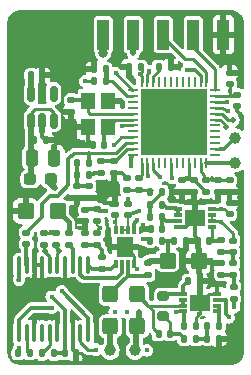
<source format=gbr>
%TF.GenerationSoftware,KiCad,Pcbnew,8.0.0*%
%TF.CreationDate,2024-03-06T14:13:33+03:00*%
%TF.ProjectId,micro17,6d696372-6f31-4372-9e6b-696361645f70,rev?*%
%TF.SameCoordinates,Original*%
%TF.FileFunction,Copper,L1,Top*%
%TF.FilePolarity,Positive*%
%FSLAX46Y46*%
G04 Gerber Fmt 4.6, Leading zero omitted, Abs format (unit mm)*
G04 Created by KiCad (PCBNEW 8.0.0) date 2024-03-06 14:13:33*
%MOMM*%
%LPD*%
G01*
G04 APERTURE LIST*
G04 Aperture macros list*
%AMRoundRect*
0 Rectangle with rounded corners*
0 $1 Rounding radius*
0 $2 $3 $4 $5 $6 $7 $8 $9 X,Y pos of 4 corners*
0 Add a 4 corners polygon primitive as box body*
4,1,4,$2,$3,$4,$5,$6,$7,$8,$9,$2,$3,0*
0 Add four circle primitives for the rounded corners*
1,1,$1+$1,$2,$3*
1,1,$1+$1,$4,$5*
1,1,$1+$1,$6,$7*
1,1,$1+$1,$8,$9*
0 Add four rect primitives between the rounded corners*
20,1,$1+$1,$2,$3,$4,$5,0*
20,1,$1+$1,$4,$5,$6,$7,0*
20,1,$1+$1,$6,$7,$8,$9,0*
20,1,$1+$1,$8,$9,$2,$3,0*%
G04 Aperture macros list end*
%TA.AperFunction,SMDPad,CuDef*%
%ADD10RoundRect,0.135000X-0.185000X0.135000X-0.185000X-0.135000X0.185000X-0.135000X0.185000X0.135000X0*%
%TD*%
%TA.AperFunction,SMDPad,CuDef*%
%ADD11RoundRect,0.140000X-0.140000X-0.170000X0.140000X-0.170000X0.140000X0.170000X-0.140000X0.170000X0*%
%TD*%
%TA.AperFunction,SMDPad,CuDef*%
%ADD12RoundRect,0.140000X0.140000X0.170000X-0.140000X0.170000X-0.140000X-0.170000X0.140000X-0.170000X0*%
%TD*%
%TA.AperFunction,SMDPad,CuDef*%
%ADD13RoundRect,0.135000X-0.135000X-0.185000X0.135000X-0.185000X0.135000X0.185000X-0.135000X0.185000X0*%
%TD*%
%TA.AperFunction,SMDPad,CuDef*%
%ADD14RoundRect,0.250000X-0.450000X-0.425000X0.450000X-0.425000X0.450000X0.425000X-0.450000X0.425000X0*%
%TD*%
%TA.AperFunction,SMDPad,CuDef*%
%ADD15RoundRect,0.140000X0.170000X-0.140000X0.170000X0.140000X-0.170000X0.140000X-0.170000X-0.140000X0*%
%TD*%
%TA.AperFunction,SMDPad,CuDef*%
%ADD16RoundRect,0.150000X0.150000X-0.512500X0.150000X0.512500X-0.150000X0.512500X-0.150000X-0.512500X0*%
%TD*%
%TA.AperFunction,SMDPad,CuDef*%
%ADD17RoundRect,0.135000X0.185000X-0.135000X0.185000X0.135000X-0.185000X0.135000X-0.185000X-0.135000X0*%
%TD*%
%TA.AperFunction,SMDPad,CuDef*%
%ADD18RoundRect,0.135000X0.135000X0.185000X-0.135000X0.185000X-0.135000X-0.185000X0.135000X-0.185000X0*%
%TD*%
%TA.AperFunction,SMDPad,CuDef*%
%ADD19RoundRect,0.140000X-0.170000X0.140000X-0.170000X-0.140000X0.170000X-0.140000X0.170000X0.140000X0*%
%TD*%
%TA.AperFunction,SMDPad,CuDef*%
%ADD20RoundRect,0.250000X-0.425000X0.450000X-0.425000X-0.450000X0.425000X-0.450000X0.425000X0.450000X0*%
%TD*%
%TA.AperFunction,SMDPad,CuDef*%
%ADD21C,1.000000*%
%TD*%
%TA.AperFunction,SMDPad,CuDef*%
%ADD22RoundRect,0.200000X0.275000X-0.200000X0.275000X0.200000X-0.275000X0.200000X-0.275000X-0.200000X0*%
%TD*%
%TA.AperFunction,SMDPad,CuDef*%
%ADD23RoundRect,0.250000X0.450000X0.425000X-0.450000X0.425000X-0.450000X-0.425000X0.450000X-0.425000X0*%
%TD*%
%TA.AperFunction,SMDPad,CuDef*%
%ADD24R,0.750000X0.300000*%
%TD*%
%TA.AperFunction,SMDPad,CuDef*%
%ADD25R,1.750000X1.450000*%
%TD*%
%TA.AperFunction,SMDPad,CuDef*%
%ADD26R,1.000000X2.500000*%
%TD*%
%TA.AperFunction,SMDPad,CuDef*%
%ADD27RoundRect,0.100000X-0.100000X0.637500X-0.100000X-0.637500X0.100000X-0.637500X0.100000X0.637500X0*%
%TD*%
%TA.AperFunction,SMDPad,CuDef*%
%ADD28R,0.300000X0.750000*%
%TD*%
%TA.AperFunction,SMDPad,CuDef*%
%ADD29R,1.450000X1.750000*%
%TD*%
%TA.AperFunction,SMDPad,CuDef*%
%ADD30RoundRect,0.250000X-0.250000X-0.475000X0.250000X-0.475000X0.250000X0.475000X-0.250000X0.475000X0*%
%TD*%
%TA.AperFunction,SMDPad,CuDef*%
%ADD31RoundRect,0.062500X-0.375000X-0.062500X0.375000X-0.062500X0.375000X0.062500X-0.375000X0.062500X0*%
%TD*%
%TA.AperFunction,SMDPad,CuDef*%
%ADD32RoundRect,0.062500X-0.062500X-0.375000X0.062500X-0.375000X0.062500X0.375000X-0.062500X0.375000X0*%
%TD*%
%TA.AperFunction,HeatsinkPad*%
%ADD33R,5.600000X5.600000*%
%TD*%
%TA.AperFunction,SMDPad,CuDef*%
%ADD34RoundRect,0.237500X-0.287500X-0.237500X0.287500X-0.237500X0.287500X0.237500X-0.287500X0.237500X0*%
%TD*%
%TA.AperFunction,SMDPad,CuDef*%
%ADD35R,1.200000X1.400000*%
%TD*%
%TA.AperFunction,ViaPad*%
%ADD36C,0.500000*%
%TD*%
%TA.AperFunction,ViaPad*%
%ADD37C,0.450000*%
%TD*%
%TA.AperFunction,ViaPad*%
%ADD38C,0.800000*%
%TD*%
%TA.AperFunction,Conductor*%
%ADD39C,0.250000*%
%TD*%
%TA.AperFunction,Conductor*%
%ADD40C,0.300000*%
%TD*%
%TA.AperFunction,Conductor*%
%ADD41C,0.500000*%
%TD*%
%TA.AperFunction,Conductor*%
%ADD42C,0.350000*%
%TD*%
%TA.AperFunction,Conductor*%
%ADD43C,0.200000*%
%TD*%
%TA.AperFunction,Conductor*%
%ADD44C,0.400000*%
%TD*%
G04 APERTURE END LIST*
D10*
%TO.P,R13,1*%
%TO.N,Net-(C16-Pad2)*%
X187600000Y-68865000D03*
%TO.P,R13,2*%
%TO.N,Net-(C24-Pad1)*%
X187600000Y-69885000D03*
%TD*%
D11*
%TO.P,C19,1*%
%TO.N,Net-(C19-Pad1)*%
X192107500Y-66500000D03*
%TO.P,C19,2*%
%TO.N,Net-(U5A-P0A)*%
X193067500Y-66500000D03*
%TD*%
D12*
%TO.P,C31,1*%
%TO.N,Net-(C31-Pad1)*%
X193750000Y-77421250D03*
%TO.P,C31,2*%
%TO.N,Net-(U7B--)*%
X192790000Y-77421250D03*
%TD*%
D13*
%TO.P,R29,1*%
%TO.N,GND*%
X187290000Y-55000000D03*
%TO.P,R29,2*%
%TO.N,Net-(U1-PC13)*%
X188310000Y-55000000D03*
%TD*%
D14*
%TO.P,C28,1*%
%TO.N,Net-(C28-Pad1)*%
X193550000Y-71200000D03*
%TO.P,C28,2*%
%TO.N,GND*%
X196250000Y-71200000D03*
%TD*%
D15*
%TO.P,C20,1*%
%TO.N,Net-(C20-Pad1)*%
X199100000Y-70480000D03*
%TO.P,C20,2*%
%TO.N,Net-(U5B-P1A)*%
X199100000Y-69520000D03*
%TD*%
D10*
%TO.P,R1,1*%
%TO.N,VERSION_SET*%
X187900000Y-62790000D03*
%TO.P,R1,2*%
%TO.N,VDDA*%
X187900000Y-63810000D03*
%TD*%
D13*
%TO.P,R10,1*%
%TO.N,Net-(C19-Pad1)*%
X192077500Y-67500000D03*
%TO.P,R10,2*%
%TO.N,Net-(U6A-+)*%
X193097500Y-67500000D03*
%TD*%
D16*
%TO.P,U2,1,VIN*%
%TO.N,+5V*%
X182000000Y-59337500D03*
%TO.P,U2,2,GND*%
%TO.N,GND*%
X182950000Y-59337500D03*
%TO.P,U2,3,CE*%
%TO.N,+5V*%
X183900000Y-59337500D03*
%TO.P,U2,4,NC*%
%TO.N,unconnected-(U2-NC-Pad4)*%
X183900000Y-57062500D03*
%TO.P,U2,5,VOUT*%
%TO.N,+3V3*%
X182000000Y-57062500D03*
%TD*%
D17*
%TO.P,R5,1*%
%TO.N,VDDA*%
X196805000Y-65390000D03*
%TO.P,R5,2*%
%TO.N,+3V3*%
X196805000Y-64370000D03*
%TD*%
D10*
%TO.P,R27,1*%
%TO.N,Net-(C12-Pad1)*%
X186900000Y-64890000D03*
%TO.P,R27,2*%
%TO.N,GND*%
X186900000Y-65910000D03*
%TD*%
D13*
%TO.P,R20,1*%
%TO.N,VDDA*%
X192090000Y-69500000D03*
%TO.P,R20,2*%
%TO.N,Net-(C28-Pad1)*%
X193110000Y-69500000D03*
%TD*%
D18*
%TO.P,R16,1*%
%TO.N,+3V3*%
X183935000Y-79037500D03*
%TO.P,R16,2*%
%TO.N,Net-(U5E-~{RESET})*%
X182915000Y-79037500D03*
%TD*%
D17*
%TO.P,R9,1*%
%TO.N,Net-(C15-Pad1)*%
X199100000Y-72410000D03*
%TO.P,R9,2*%
%TO.N,Net-(C20-Pad1)*%
X199100000Y-71390000D03*
%TD*%
D13*
%TO.P,R4,1*%
%TO.N,PTT_IN*%
X187290000Y-56000000D03*
%TO.P,R4,2*%
%TO.N,Net-(U1-PC13)*%
X188310000Y-56000000D03*
%TD*%
D12*
%TO.P,C17,1*%
%TO.N,Net-(U6A-+)*%
X193080000Y-68500000D03*
%TO.P,C17,2*%
%TO.N,GND*%
X192120000Y-68500000D03*
%TD*%
D19*
%TO.P,C7,1*%
%TO.N,+3V3*%
X197807500Y-64400000D03*
%TO.P,C7,2*%
%TO.N,GND*%
X197807500Y-65360000D03*
%TD*%
D20*
%TO.P,C34,1*%
%TO.N,Net-(U7B--)*%
X191000000Y-74050000D03*
%TO.P,C34,2*%
%TO.N,BASEBAND_OUT_FILT*%
X191000000Y-76750000D03*
%TD*%
D11*
%TO.P,C13,1*%
%TO.N,+5V*%
X182280000Y-61000000D03*
%TO.P,C13,2*%
%TO.N,GND*%
X183240000Y-61000000D03*
%TD*%
D13*
%TO.P,R21,1*%
%TO.N,Net-(C28-Pad1)*%
X194090000Y-69500000D03*
%TO.P,R21,2*%
%TO.N,GND*%
X195110000Y-69500000D03*
%TD*%
D21*
%TO.P,TP2,1,1*%
%TO.N,BASEBAND_OUT_FILT*%
X190800000Y-78800000D03*
%TD*%
D15*
%TO.P,C24,1*%
%TO.N,Net-(C24-Pad1)*%
X186600000Y-69845000D03*
%TO.P,C24,2*%
%TO.N,GND*%
X186600000Y-68885000D03*
%TD*%
D22*
%TO.P,R24,1*%
%TO.N,Net-(C31-Pad1)*%
X193200000Y-75846250D03*
%TO.P,R24,2*%
%TO.N,Net-(U7B-+)*%
X193200000Y-74196250D03*
%TD*%
D19*
%TO.P,C12,1*%
%TO.N,Net-(C12-Pad1)*%
X185900000Y-64920000D03*
%TO.P,C12,2*%
%TO.N,GND*%
X185900000Y-65880000D03*
%TD*%
D10*
%TO.P,R14,1*%
%TO.N,Net-(C24-Pad1)*%
X188000000Y-70865000D03*
%TO.P,R14,2*%
%TO.N,Net-(U5D-P3A)*%
X188000000Y-71885000D03*
%TD*%
D13*
%TO.P,R8,1*%
%TO.N,Net-(C14-Pad1)*%
X192090000Y-65400000D03*
%TO.P,R8,2*%
%TO.N,Net-(C19-Pad1)*%
X193110000Y-65400000D03*
%TD*%
D18*
%TO.P,R3,1*%
%TO.N,GND*%
X193810000Y-54800000D03*
%TO.P,R3,2*%
%TO.N,/MCU/BOOT0*%
X192790000Y-54800000D03*
%TD*%
D17*
%TO.P,R11,1*%
%TO.N,Net-(C20-Pad1)*%
X198100000Y-70510000D03*
%TO.P,R11,2*%
%TO.N,Net-(U6B-+)*%
X198100000Y-69490000D03*
%TD*%
D23*
%TO.P,C26,1*%
%TO.N,Net-(C26-Pad1)*%
X184250000Y-67000000D03*
%TO.P,C26,2*%
%TO.N,GND*%
X181550000Y-67000000D03*
%TD*%
D20*
%TO.P,C27,1*%
%TO.N,Net-(U4A-+)*%
X188700000Y-74050000D03*
%TO.P,C27,2*%
%TO.N,BASEBAND_IN*%
X188700000Y-76750000D03*
%TD*%
D11*
%TO.P,C32,1*%
%TO.N,Net-(U7B-+)*%
X195320000Y-72900000D03*
%TO.P,C32,2*%
%TO.N,GND*%
X196280000Y-72900000D03*
%TD*%
D15*
%TO.P,C23,1*%
%TO.N,Net-(U5B-P1W)*%
X181600000Y-69780000D03*
%TO.P,C23,2*%
%TO.N,AUDIO_IN_FILT*%
X181600000Y-68820000D03*
%TD*%
%TO.P,C30,1*%
%TO.N,+5V*%
X198800000Y-67280000D03*
%TO.P,C30,2*%
%TO.N,GND*%
X198800000Y-66320000D03*
%TD*%
D17*
%TO.P,R17,1*%
%TO.N,Net-(U4A-+)*%
X191900000Y-72410000D03*
%TO.P,R17,2*%
%TO.N,Net-(C28-Pad1)*%
X191900000Y-71390000D03*
%TD*%
D24*
%TO.P,U6,1*%
%TO.N,Net-(U5A-P0A)*%
X194400000Y-66850000D03*
%TO.P,U6,2,-*%
X194400000Y-67350000D03*
%TO.P,U6,3,+*%
%TO.N,Net-(U6A-+)*%
X194400000Y-67850000D03*
%TO.P,U6,4,V-*%
%TO.N,GND*%
X194400000Y-68350000D03*
%TO.P,U6,5,+*%
%TO.N,Net-(U6B-+)*%
X197300000Y-68350000D03*
%TO.P,U6,6,-*%
%TO.N,Net-(U5B-P1A)*%
X197300000Y-67850000D03*
%TO.P,U6,7*%
X197300000Y-67350000D03*
%TO.P,U6,8,V+*%
%TO.N,+5V*%
X197300000Y-66850000D03*
D25*
%TO.P,U6,9,V-*%
%TO.N,GND*%
X195850000Y-67600000D03*
%TD*%
D18*
%TO.P,R22,1*%
%TO.N,Net-(U7A--)*%
X197910000Y-76712500D03*
%TO.P,R22,2*%
%TO.N,Net-(C29-Pad1)*%
X196890000Y-76712500D03*
%TD*%
D26*
%TO.P,J1,1,Pin_1*%
%TO.N,+3V3*%
X188120000Y-52072500D03*
%TO.P,J1,2,Pin_2*%
%TO.N,/MCU/~{RST}*%
X190660000Y-52072500D03*
%TO.P,J1,3,Pin_3*%
%TO.N,/MCU/SWCLK*%
X193200000Y-52072500D03*
%TO.P,J1,4,Pin_4*%
%TO.N,/MCU/SWDIO*%
X195740000Y-52072500D03*
%TO.P,J1,5,Pin_5*%
%TO.N,GND*%
X198280000Y-52072500D03*
%TD*%
D15*
%TO.P,C3,1*%
%TO.N,+3V3*%
X198800000Y-56242500D03*
%TO.P,C3,2*%
%TO.N,GND*%
X198800000Y-55282500D03*
%TD*%
D11*
%TO.P,C29,1*%
%TO.N,Net-(C29-Pad1)*%
X196920000Y-77812500D03*
%TO.P,C29,2*%
%TO.N,GND*%
X197880000Y-77812500D03*
%TD*%
D12*
%TO.P,C2,1*%
%TO.N,/MCU/X2*%
X188180000Y-61400000D03*
%TO.P,C2,2*%
%TO.N,GND*%
X187220000Y-61400000D03*
%TD*%
D27*
%TO.P,U5,1,P3A*%
%TO.N,Net-(U5D-P3A)*%
X186825000Y-71575000D03*
%TO.P,U5,2,P3W*%
%TO.N,Net-(U4A--)*%
X186175000Y-71575000D03*
%TO.P,U5,3,P3B*%
%TO.N,Net-(U5D-P3B)*%
X185525000Y-71575000D03*
%TO.P,U5,4,HVC/A0*%
%TO.N,GND*%
X184875000Y-71575000D03*
%TO.P,U5,5,SCL*%
%TO.N,I2C_SCL*%
X184225000Y-71575000D03*
%TO.P,U5,6,SDA*%
%TO.N,I2C_SDA*%
X183575000Y-71575000D03*
%TO.P,U5,7,VSS*%
%TO.N,GND*%
X182925000Y-71575000D03*
%TO.P,U5,8,P1B*%
X182275000Y-71575000D03*
%TO.P,U5,9,P1W*%
%TO.N,Net-(U5B-P1W)*%
X181625000Y-71575000D03*
%TO.P,U5,10,P1A*%
%TO.N,Net-(U5B-P1A)*%
X180975000Y-71575000D03*
%TO.P,U5,11,P0A*%
%TO.N,Net-(U5A-P0A)*%
X180975000Y-77300000D03*
%TO.P,U5,12,P0W*%
%TO.N,Net-(U5A-P0W)*%
X181625000Y-77300000D03*
%TO.P,U5,13,P0B*%
%TO.N,GND*%
X182275000Y-77300000D03*
%TO.P,U5,14,NC*%
%TO.N,unconnected-(U5E-NC-Pad14)*%
X182925000Y-77300000D03*
%TO.P,U5,15,~{RESET}*%
%TO.N,Net-(U5E-~{RESET})*%
X183575000Y-77300000D03*
%TO.P,U5,16,A1*%
%TO.N,GND*%
X184225000Y-77300000D03*
%TO.P,U5,17,VDD*%
%TO.N,+3V3*%
X184875000Y-77300000D03*
%TO.P,U5,18,P2B*%
%TO.N,GND*%
X185525000Y-77300000D03*
%TO.P,U5,19,P2W*%
%TO.N,Net-(U5C-P2W)*%
X186175000Y-77300000D03*
%TO.P,U5,20,P2A*%
%TO.N,BASEBAND_OUT*%
X186825000Y-77300000D03*
%TD*%
D28*
%TO.P,U4,1*%
%TO.N,Net-(U5D-P3A)*%
X189187500Y-71487500D03*
%TO.P,U4,2,-*%
%TO.N,Net-(U4A--)*%
X189687500Y-71487500D03*
%TO.P,U4,3,+*%
%TO.N,Net-(U4A-+)*%
X190187500Y-71487500D03*
%TO.P,U4,4,V-*%
%TO.N,GND*%
X190687500Y-71487500D03*
%TO.P,U4,5,+*%
%TO.N,Net-(U4B-+)*%
X190687500Y-68587500D03*
%TO.P,U4,6,-*%
%TO.N,BASEBAND_IN_FILT*%
X190187500Y-68587500D03*
%TO.P,U4,7*%
X189687500Y-68587500D03*
%TO.P,U4,8,V+*%
%TO.N,+5V*%
X189187500Y-68587500D03*
D29*
%TO.P,U4,9,V-*%
%TO.N,GND*%
X189937500Y-70037500D03*
%TD*%
D19*
%TO.P,C6,1*%
%TO.N,+3V3*%
X199400000Y-57182500D03*
%TO.P,C6,2*%
%TO.N,GND*%
X199400000Y-58142500D03*
%TD*%
D24*
%TO.P,U7,1*%
%TO.N,Net-(U7A--)*%
X197750000Y-75500000D03*
%TO.P,U7,2,-*%
X197750000Y-75000000D03*
%TO.P,U7,3,+*%
%TO.N,Net-(U5C-P2W)*%
X197750000Y-74500000D03*
%TO.P,U7,4,V-*%
%TO.N,GND*%
X197750000Y-74000000D03*
%TO.P,U7,5,+*%
%TO.N,Net-(U7B-+)*%
X194850000Y-74000000D03*
%TO.P,U7,6,-*%
%TO.N,Net-(U7B--)*%
X194850000Y-74500000D03*
%TO.P,U7,7*%
X194850000Y-75000000D03*
%TO.P,U7,8,V+*%
%TO.N,+5V*%
X194850000Y-75500000D03*
D25*
%TO.P,U7,9,V-*%
%TO.N,GND*%
X196300000Y-74750000D03*
%TD*%
D30*
%TO.P,C10,1*%
%TO.N,+5V*%
X182050000Y-62500000D03*
%TO.P,C10,2*%
%TO.N,GND*%
X183950000Y-62500000D03*
%TD*%
D18*
%TO.P,R28,1*%
%TO.N,AUDIO_IN_FILT*%
X186910000Y-62900000D03*
%TO.P,R28,2*%
%TO.N,Net-(C12-Pad1)*%
X185890000Y-62900000D03*
%TD*%
D12*
%TO.P,C18,1*%
%TO.N,Net-(U6B-+)*%
X197080000Y-69500000D03*
%TO.P,C18,2*%
%TO.N,GND*%
X196120000Y-69500000D03*
%TD*%
D18*
%TO.P,R26,1*%
%TO.N,VDDA*%
X186910000Y-63906666D03*
%TO.P,R26,2*%
%TO.N,Net-(C12-Pad1)*%
X185890000Y-63906666D03*
%TD*%
D31*
%TO.P,U1,1,VBAT*%
%TO.N,Net-(U1-VBAT)*%
X190662500Y-56750000D03*
%TO.P,U1,2,PC13*%
%TO.N,Net-(U1-PC13)*%
X190662500Y-57250000D03*
%TO.P,U1,3,PC14*%
%TO.N,unconnected-(U1-PC14-Pad3)*%
X190662500Y-57750000D03*
%TO.P,U1,4,PC15*%
%TO.N,unconnected-(U1-PC15-Pad4)*%
X190662500Y-58250000D03*
%TO.P,U1,5,PF0*%
%TO.N,/MCU/X1*%
X190662500Y-58750000D03*
%TO.P,U1,6,PF1*%
%TO.N,/MCU/X2*%
X190662500Y-59250000D03*
%TO.P,U1,7,PG10*%
%TO.N,/MCU/~{RST}*%
X190662500Y-59750000D03*
%TO.P,U1,8,PA0*%
%TO.N,unconnected-(U1-PA0-Pad8)*%
X190662500Y-60250000D03*
%TO.P,U1,9,PA1*%
%TO.N,BASEBAND_IN_FILT*%
X190662500Y-60750000D03*
%TO.P,U1,10,PA2*%
%TO.N,AUDIO_IN_FILT*%
X190662500Y-61250000D03*
%TO.P,U1,11,PA3*%
%TO.N,VERSION_SET*%
X190662500Y-61750000D03*
%TO.P,U1,12,PA4*%
%TO.N,BASEBAND_OUT*%
X190662500Y-62250000D03*
D32*
%TO.P,U1,13,PA5*%
%TO.N,AUDIO_OUT*%
X191350000Y-62937500D03*
%TO.P,U1,14,PA6*%
%TO.N,PTT_OUT*%
X191850000Y-62937500D03*
%TO.P,U1,15,PA7*%
%TO.N,BASEBAND_BYPASS*%
X192350000Y-62937500D03*
%TO.P,U1,16,PC4*%
%TO.N,unconnected-(U1-PC4-Pad16)*%
X192850000Y-62937500D03*
%TO.P,U1,17,PB0*%
%TO.N,unconnected-(U1-PB0-Pad17)*%
X193350000Y-62937500D03*
%TO.P,U1,18,PB1*%
%TO.N,AUDIO_OUT_MUTE*%
X193850000Y-62937500D03*
%TO.P,U1,19,PB2*%
%TO.N,unconnected-(U1-PB2-Pad19)*%
X194350000Y-62937500D03*
%TO.P,U1,20,VREF+*%
%TO.N,unconnected-(U1-VREF+-Pad20)*%
X194850000Y-62937500D03*
%TO.P,U1,21,VDDA*%
%TO.N,VDDA*%
X195350000Y-62937500D03*
%TO.P,U1,22,PB10*%
%TO.N,USART3_TX*%
X195850000Y-62937500D03*
%TO.P,U1,23,VDD*%
%TO.N,+3V3*%
X196350000Y-62937500D03*
%TO.P,U1,24,PB11*%
%TO.N,USART3_RX*%
X196850000Y-62937500D03*
D31*
%TO.P,U1,25,PB12*%
%TO.N,unconnected-(U1-PB12-Pad25)*%
X197537500Y-62250000D03*
%TO.P,U1,26,PB13*%
%TO.N,Net-(U1-PB13)*%
X197537500Y-61750000D03*
%TO.P,U1,27,PB14*%
%TO.N,unconnected-(U1-PB14-Pad27)*%
X197537500Y-61250000D03*
%TO.P,U1,28,PB15*%
%TO.N,unconnected-(U1-PB15-Pad28)*%
X197537500Y-60750000D03*
%TO.P,U1,29,PC6*%
%TO.N,unconnected-(U1-PC6-Pad29)*%
X197537500Y-60250000D03*
%TO.P,U1,30,PA8*%
%TO.N,unconnected-(U1-PA8-Pad30)*%
X197537500Y-59750000D03*
%TO.P,U1,31,PA9*%
%TO.N,MCU_TX*%
X197537500Y-59250000D03*
%TO.P,U1,32,PA10*%
%TO.N,MCU_RX*%
X197537500Y-58750000D03*
%TO.P,U1,33,PA11*%
%TO.N,USB_DN*%
X197537500Y-58250000D03*
%TO.P,U1,34,PA12*%
%TO.N,USB_DP*%
X197537500Y-57750000D03*
%TO.P,U1,35,VDD*%
%TO.N,+3V3*%
X197537500Y-57250000D03*
%TO.P,U1,36,PA13*%
%TO.N,/MCU/SWDIO*%
X197537500Y-56750000D03*
D32*
%TO.P,U1,37,PA14*%
%TO.N,/MCU/SWCLK*%
X196850000Y-56062500D03*
%TO.P,U1,38,PA15*%
%TO.N,I2C_SCL*%
X196350000Y-56062500D03*
%TO.P,U1,39,PC10*%
%TO.N,unconnected-(U1-PC10-Pad39)*%
X195850000Y-56062500D03*
%TO.P,U1,40,PC11*%
%TO.N,unconnected-(U1-PC11-Pad40)*%
X195350000Y-56062500D03*
%TO.P,U1,41,PB3*%
%TO.N,unconnected-(U1-PB3-Pad41)*%
X194850000Y-56062500D03*
%TO.P,U1,42,PB4*%
%TO.N,unconnected-(U1-PB4-Pad42)*%
X194350000Y-56062500D03*
%TO.P,U1,43,PB5*%
%TO.N,unconnected-(U1-PB5-Pad43)*%
X193850000Y-56062500D03*
%TO.P,U1,44,PB6*%
%TO.N,unconnected-(U1-PB6-Pad44)*%
X193350000Y-56062500D03*
%TO.P,U1,45,PB7*%
%TO.N,unconnected-(U1-PB7-Pad45)*%
X192850000Y-56062500D03*
%TO.P,U1,46,PB8*%
%TO.N,/MCU/BOOT0*%
X192350000Y-56062500D03*
%TO.P,U1,47,PB9*%
%TO.N,I2C_SDA*%
X191850000Y-56062500D03*
%TO.P,U1,48,VDD*%
%TO.N,+3V3*%
X191350000Y-56062500D03*
D33*
%TO.P,U1,49,VSS*%
%TO.N,GND*%
X194100000Y-59500000D03*
%TD*%
D18*
%TO.P,R23,1*%
%TO.N,Net-(C29-Pad1)*%
X195960000Y-77812500D03*
%TO.P,R23,2*%
%TO.N,Net-(C31-Pad1)*%
X194940000Y-77812500D03*
%TD*%
D19*
%TO.P,C8,1*%
%TO.N,VDDA*%
X194810000Y-64400000D03*
%TO.P,C8,2*%
%TO.N,GND*%
X194810000Y-65360000D03*
%TD*%
D15*
%TO.P,C16,1*%
%TO.N,BASEBAND_IN_FILT*%
X190200000Y-67355000D03*
%TO.P,C16,2*%
%TO.N,Net-(C16-Pad2)*%
X190200000Y-66395000D03*
%TD*%
D19*
%TO.P,C21,1*%
%TO.N,Net-(U4B-+)*%
X186600000Y-66885000D03*
%TO.P,C21,2*%
%TO.N,GND*%
X186600000Y-67845000D03*
%TD*%
D15*
%TO.P,C9,1*%
%TO.N,GND*%
X195802500Y-65360000D03*
%TO.P,C9,2*%
%TO.N,VDDA*%
X195802500Y-64400000D03*
%TD*%
%TO.P,C14,1*%
%TO.N,Net-(C14-Pad1)*%
X190100000Y-65180000D03*
%TO.P,C14,2*%
%TO.N,GND*%
X190100000Y-64220000D03*
%TD*%
D12*
%TO.P,C22,1*%
%TO.N,Net-(U5A-P0W)*%
X181880000Y-79037500D03*
%TO.P,C22,2*%
%TO.N,AUDIO_OUT_FILT*%
X180920000Y-79037500D03*
%TD*%
D10*
%TO.P,R12,1*%
%TO.N,Net-(U4B-+)*%
X187600000Y-66865000D03*
%TO.P,R12,2*%
%TO.N,Net-(C16-Pad2)*%
X187600000Y-67885000D03*
%TD*%
D34*
%TO.P,FB1,1*%
%TO.N,+5V*%
X181925000Y-64300000D03*
%TO.P,FB1,2*%
%TO.N,+5VD*%
X183675000Y-64300000D03*
%TD*%
D15*
%TO.P,C35,1*%
%TO.N,+5V*%
X189100000Y-67355000D03*
%TO.P,C35,2*%
%TO.N,GND*%
X189100000Y-66395000D03*
%TD*%
D21*
%TO.P,TP14,1,1*%
%TO.N,USART3_RX*%
X199300000Y-62900000D03*
%TD*%
D12*
%TO.P,C4,1*%
%TO.N,+3V3*%
X191280000Y-54800000D03*
%TO.P,C4,2*%
%TO.N,GND*%
X190320000Y-54800000D03*
%TD*%
D35*
%TO.P,Y1,1,1*%
%TO.N,/MCU/X1*%
X186850000Y-57650000D03*
%TO.P,Y1,2,2*%
%TO.N,GND*%
X186850000Y-59850000D03*
%TO.P,Y1,3,3*%
%TO.N,/MCU/X2*%
X188550000Y-59850000D03*
%TO.P,Y1,4,4*%
%TO.N,GND*%
X188550000Y-57650000D03*
%TD*%
D17*
%TO.P,R15,1*%
%TO.N,Net-(U5D-P3B)*%
X185200000Y-69847500D03*
%TO.P,R15,2*%
%TO.N,Net-(C26-Pad1)*%
X185200000Y-68827500D03*
%TD*%
D21*
%TO.P,TP12,1,1*%
%TO.N,Net-(U1-PB13)*%
X199300000Y-60800000D03*
%TD*%
%TO.P,TP1,1,1*%
%TO.N,BASEBAND_IN*%
X188700000Y-78800000D03*
%TD*%
D10*
%TO.P,R19,1*%
%TO.N,+3V3*%
X183125000Y-68827500D03*
%TO.P,R19,2*%
%TO.N,I2C_SDA*%
X183125000Y-69847500D03*
%TD*%
%TO.P,R18,1*%
%TO.N,+3V3*%
X184125000Y-68827500D03*
%TO.P,R18,2*%
%TO.N,I2C_SCL*%
X184125000Y-69847500D03*
%TD*%
D19*
%TO.P,C5,1*%
%TO.N,+3V3*%
X198800000Y-64400000D03*
%TO.P,C5,2*%
%TO.N,GND*%
X198800000Y-65360000D03*
%TD*%
%TO.P,C1,1*%
%TO.N,/MCU/X1*%
X185400000Y-57620000D03*
%TO.P,C1,2*%
%TO.N,GND*%
X185400000Y-58580000D03*
%TD*%
D17*
%TO.P,R2,1*%
%TO.N,GND*%
X189000000Y-63810000D03*
%TO.P,R2,2*%
%TO.N,VERSION_SET*%
X189000000Y-62790000D03*
%TD*%
D11*
%TO.P,C11,1*%
%TO.N,+3V3*%
X182000000Y-55500000D03*
%TO.P,C11,2*%
%TO.N,GND*%
X182960000Y-55500000D03*
%TD*%
%TO.P,C33,1*%
%TO.N,+5V*%
X194970000Y-76712500D03*
%TO.P,C33,2*%
%TO.N,GND*%
X195930000Y-76712500D03*
%TD*%
D10*
%TO.P,R6,1*%
%TO.N,AUDIO_OUT*%
X191100000Y-64190000D03*
%TO.P,R6,2*%
%TO.N,Net-(C14-Pad1)*%
X191100000Y-65210000D03*
%TD*%
D15*
%TO.P,C15,1*%
%TO.N,Net-(C15-Pad1)*%
X198100000Y-72380000D03*
%TO.P,C15,2*%
%TO.N,GND*%
X198100000Y-71420000D03*
%TD*%
D17*
%TO.P,R7,1*%
%TO.N,AUDIO_IN*%
X199150000Y-74410000D03*
%TO.P,R7,2*%
%TO.N,Net-(C15-Pad1)*%
X199150000Y-73390000D03*
%TD*%
D11*
%TO.P,C25,1*%
%TO.N,+3V3*%
X184845000Y-79037500D03*
%TO.P,C25,2*%
%TO.N,GND*%
X185805000Y-79037500D03*
%TD*%
D36*
%TO.N,GND*%
X185000000Y-51000000D03*
X185000000Y-53000000D03*
D37*
X182400000Y-79720108D03*
D36*
X180600000Y-61000000D03*
D37*
X188500000Y-57700000D03*
D36*
X199400000Y-52072500D03*
X181000000Y-51000000D03*
D37*
X192000000Y-57500000D03*
X197300000Y-72000000D03*
D36*
X180600000Y-63000000D03*
D37*
X194000000Y-61500000D03*
D36*
X181000000Y-55000000D03*
D37*
X186500000Y-79300000D03*
D36*
X180750000Y-70000000D03*
D37*
X199700000Y-58800000D03*
X199750000Y-68000000D03*
X192000000Y-59500000D03*
D36*
X199100000Y-79100000D03*
D37*
X191000000Y-71900000D03*
D36*
X185500000Y-55000000D03*
D37*
X182800000Y-65200000D03*
X199500000Y-66300000D03*
X194000000Y-57300000D03*
D36*
X188600000Y-69400000D03*
X181000000Y-74400000D03*
X180600000Y-59000000D03*
D37*
X197800000Y-78400000D03*
D36*
X180700000Y-68500000D03*
D38*
X184900000Y-60700000D03*
D37*
X196200000Y-78800000D03*
X189750000Y-79750000D03*
X189100000Y-64500000D03*
X186100000Y-68400000D03*
X182960000Y-60300000D03*
X187250000Y-79750000D03*
X196000000Y-59500000D03*
X185600000Y-59500000D03*
X196000000Y-61500000D03*
D36*
X198280000Y-53600000D03*
D37*
X190300000Y-55300000D03*
X191507567Y-68206053D03*
D36*
X197800000Y-65900000D03*
D37*
X192000000Y-61500000D03*
D36*
X183960000Y-61000000D03*
D37*
X199500000Y-76250000D03*
X198800000Y-54600000D03*
D36*
X182400000Y-76000000D03*
X183000000Y-73000000D03*
D37*
X199500000Y-65300000D03*
D36*
X181000000Y-53000000D03*
X182400000Y-70400000D03*
X183000000Y-53000000D03*
D37*
X193250000Y-79500000D03*
D36*
X180600000Y-57000000D03*
X197100000Y-72900000D03*
D37*
X194800000Y-65900000D03*
D36*
X183000000Y-51000000D03*
X180600000Y-65000000D03*
X186500000Y-55000000D03*
D37*
X196250000Y-75750000D03*
%TO.N,+3V3*%
X191200000Y-55400000D03*
X198820000Y-56800000D03*
D36*
X182000000Y-56200000D03*
X197350000Y-64290000D03*
D37*
X183650000Y-68800000D03*
D38*
X188100000Y-53600000D03*
D37*
X183750000Y-74250000D03*
%TO.N,VDDA*%
X195200000Y-64200000D03*
X187400000Y-63800000D03*
X191475000Y-69397760D03*
%TO.N,+5V*%
X198100000Y-66850000D03*
X189067678Y-67967678D03*
X194300000Y-75550000D03*
D36*
X182000000Y-60300000D03*
D37*
%TO.N,Net-(U4B-+)*%
X191000000Y-67800000D03*
X188301409Y-66976409D03*
%TO.N,/MCU/~{RST}*%
X190660000Y-53600000D03*
X189700000Y-59800000D03*
%TO.N,Net-(C16-Pad2)*%
X190200000Y-66000000D03*
X187800000Y-68400000D03*
%TO.N,Net-(U5A-P0A)*%
X183740793Y-75177619D03*
X193501316Y-66750000D03*
%TO.N,Net-(U5B-P1A)*%
X180975000Y-72800000D03*
X198100000Y-67900000D03*
%TO.N,Net-(U5C-P2W)*%
X187500000Y-78725002D03*
X198750000Y-76000000D03*
%TO.N,I2C_SDA*%
X191974992Y-55147670D03*
D36*
X183200000Y-70400000D03*
D37*
%TO.N,PTT_OUT*%
X191900000Y-64000000D03*
%TO.N,AUDIO_OUT_MUTE*%
X189079841Y-75520159D03*
X193900000Y-64200000D03*
%TO.N,BASEBAND_IN_FILT*%
X189000000Y-61400000D03*
X191100000Y-67000000D03*
%TO.N,BASEBAND_OUT*%
X190500000Y-63200000D03*
X184600000Y-73800000D03*
%TO.N,I2C_SCL*%
X195200000Y-55100000D03*
D36*
X184400000Y-70400000D03*
D37*
%TO.N,AUDIO_OUT_FILT*%
X181000000Y-78597151D03*
X191800000Y-78800000D03*
%TO.N,BASEBAND_IN*%
X188700000Y-78800000D03*
%TO.N,BASEBAND_OUT_FILT*%
X191099724Y-75575719D03*
%TO.N,AUDIO_IN*%
X199200000Y-75100000D03*
X190101511Y-75575826D03*
%TO.N,PTT_IN*%
X186600000Y-56000000D03*
D36*
%TO.N,MCU_TX*%
X198500000Y-59900000D03*
%TO.N,MCU_RX*%
X199100000Y-59300000D03*
D37*
%TO.N,BASEBAND_BYPASS*%
X192906587Y-64093413D03*
D36*
%TO.N,+5VD*%
X184000000Y-65037501D03*
D37*
%TO.N,Net-(U1-VBAT)*%
X189150000Y-55350000D03*
%TO.N,USB_DP*%
X198600000Y-57800000D03*
%TO.N,USB_DN*%
X198700000Y-58500000D03*
%TD*%
D39*
%TO.N,/MCU/X1*%
X186850000Y-57650000D02*
X186820000Y-57620000D01*
D40*
X186820000Y-57620000D02*
X185400000Y-57620000D01*
D39*
X187000000Y-58750000D02*
X186850000Y-58600000D01*
X190662500Y-58750000D02*
X187000000Y-58750000D01*
X186850000Y-58600000D02*
X186850000Y-57650000D01*
%TO.N,GND*%
X196400000Y-74700000D02*
X196400000Y-73020000D01*
D40*
X199400000Y-58500000D02*
X199700000Y-58800000D01*
X198200000Y-71420000D02*
X197500000Y-71420000D01*
X194400000Y-68350000D02*
X195100000Y-68350000D01*
X199400000Y-58142500D02*
X199400000Y-58500000D01*
D41*
X182950000Y-60290000D02*
X182950000Y-59337500D01*
D39*
X195930000Y-76712500D02*
X195930000Y-76070000D01*
D41*
X190320000Y-55280000D02*
X190300000Y-55300000D01*
D39*
X186237500Y-79037500D02*
X186500000Y-79300000D01*
D40*
X182960000Y-60300000D02*
X182960000Y-60720000D01*
D39*
X197750000Y-74000000D02*
X197050000Y-74000000D01*
D40*
X186850000Y-61030000D02*
X187220000Y-61400000D01*
X197880000Y-77812500D02*
X197880000Y-78320000D01*
X195850000Y-69130000D02*
X196220000Y-69500000D01*
X189690000Y-63810000D02*
X190100000Y-64220000D01*
X197300000Y-72000000D02*
X197300000Y-71620000D01*
D39*
X186600000Y-68400000D02*
X186600000Y-67845000D01*
D40*
X195850000Y-67600000D02*
X195850000Y-69130000D01*
D39*
X185805000Y-79037500D02*
X186237500Y-79037500D01*
X196400000Y-73020000D02*
X196280000Y-72900000D01*
D40*
X185525000Y-78757500D02*
X185805000Y-79037500D01*
X185525000Y-77300000D02*
X185525000Y-78757500D01*
D39*
X190687500Y-71487500D02*
X190687500Y-70787500D01*
X195930000Y-76070000D02*
X196250000Y-75750000D01*
D40*
X189000000Y-63810000D02*
X189690000Y-63810000D01*
X197880000Y-78320000D02*
X197800000Y-78400000D01*
D39*
X196300000Y-75700000D02*
X196300000Y-74750000D01*
D41*
X190320000Y-54800000D02*
X190320000Y-55280000D01*
D39*
X186100000Y-68400000D02*
X186600000Y-68400000D01*
D40*
X197500000Y-71420000D02*
X196470000Y-71420000D01*
X195100000Y-68350000D02*
X195850000Y-67600000D01*
D39*
X197050000Y-74000000D02*
X196300000Y-74750000D01*
X190687500Y-70787500D02*
X189937500Y-70037500D01*
D40*
X182960000Y-60720000D02*
X183240000Y-61000000D01*
X195850000Y-67600000D02*
X195850000Y-66470000D01*
X197300000Y-71620000D02*
X197500000Y-71420000D01*
X196470000Y-71420000D02*
X196250000Y-71200000D01*
D39*
X196250000Y-75750000D02*
X196300000Y-75700000D01*
D40*
X186850000Y-59850000D02*
X186850000Y-61030000D01*
D41*
X182960000Y-60300000D02*
X182950000Y-60290000D01*
D39*
%TO.N,/MCU/X2*%
X189150000Y-59250000D02*
X188550000Y-59850000D01*
X190662500Y-59250000D02*
X189150000Y-59250000D01*
D40*
X188550000Y-59850000D02*
X188180000Y-60220000D01*
X188180000Y-60220000D02*
X188180000Y-61400000D01*
D39*
%TO.N,+3V3*%
X199332500Y-57250000D02*
X199400000Y-57182500D01*
X191200000Y-55400000D02*
X191350000Y-55550000D01*
X191350000Y-55550000D02*
X191350000Y-56062500D01*
D42*
X183935000Y-79037500D02*
X184845000Y-79037500D01*
D39*
X197460000Y-64400000D02*
X198720000Y-64400000D01*
D41*
X182000000Y-55540000D02*
X182000000Y-57062500D01*
D39*
X191380000Y-54800000D02*
X191350000Y-54830000D01*
X191350000Y-54830000D02*
X191350000Y-55250000D01*
D40*
X184875000Y-77300000D02*
X184875000Y-79007500D01*
D39*
X183572500Y-68827500D02*
X183600000Y-68800000D01*
X198720000Y-64400000D02*
X198800000Y-64320000D01*
X197350000Y-64290000D02*
X197460000Y-64400000D01*
X199400000Y-57182500D02*
X198872500Y-57182500D01*
X183627500Y-68827500D02*
X184125000Y-68827500D01*
X198872500Y-57182500D02*
X198820000Y-57130000D01*
X196800000Y-64290000D02*
X197350000Y-64290000D01*
X196350000Y-63600000D02*
X196800000Y-64290000D01*
X198820000Y-57130000D02*
X198820000Y-56300000D01*
X183125000Y-68827500D02*
X183572500Y-68827500D01*
X183600000Y-68800000D02*
X183627500Y-68827500D01*
D40*
X184875000Y-79007500D02*
X184845000Y-79037500D01*
D41*
X182000000Y-55500000D02*
X182000000Y-55460000D01*
D40*
X183750000Y-74250000D02*
X184875000Y-75375000D01*
X184875000Y-75375000D02*
X184875000Y-77300000D01*
D39*
X196350000Y-62937500D02*
X196350000Y-63600000D01*
X191350000Y-55250000D02*
X191200000Y-55400000D01*
X197537500Y-57250000D02*
X199332500Y-57250000D01*
%TO.N,VDDA*%
X196800000Y-65385000D02*
X196800000Y-65310000D01*
D40*
X191987760Y-69397760D02*
X192090000Y-69500000D01*
D39*
X194810000Y-64300000D02*
X195100000Y-64300000D01*
D40*
X187400000Y-63800000D02*
X187890000Y-63800000D01*
D39*
X195350000Y-64250000D02*
X195400000Y-64300000D01*
X195100000Y-64300000D02*
X195200000Y-64200000D01*
D40*
X187890000Y-63800000D02*
X187900000Y-63810000D01*
X191475000Y-69397760D02*
X191987760Y-69397760D01*
X187400000Y-63800000D02*
X187300000Y-63900000D01*
D39*
X195715000Y-64300000D02*
X196800000Y-65385000D01*
D40*
X187300000Y-63900000D02*
X186910000Y-63900000D01*
D39*
X195300000Y-64300000D02*
X195400000Y-64300000D01*
X195400000Y-64300000D02*
X195715000Y-64300000D01*
X195350000Y-62937500D02*
X195350000Y-64250000D01*
X195200000Y-64200000D02*
X195300000Y-64300000D01*
%TO.N,+5V*%
X182000000Y-58675001D02*
X182000000Y-59337500D01*
D40*
X194970000Y-76712500D02*
X194970000Y-76030000D01*
D39*
X194300000Y-75550000D02*
X194350000Y-75500000D01*
D43*
X189187500Y-67442500D02*
X189100000Y-67355000D01*
D40*
X194970000Y-75970000D02*
X194970000Y-75530000D01*
D39*
X182337501Y-58337500D02*
X182000000Y-58675001D01*
D43*
X189067678Y-67967678D02*
X189187500Y-67847856D01*
D41*
X182000000Y-64225000D02*
X181925000Y-64300000D01*
X182000000Y-59337500D02*
X182000000Y-64225000D01*
D39*
X183900000Y-59337500D02*
X183900000Y-58675001D01*
D43*
X189067678Y-67967678D02*
X189187500Y-68087500D01*
X189187500Y-68087500D02*
X189187500Y-68587500D01*
D39*
X183900000Y-58675001D02*
X183562499Y-58337500D01*
D43*
X189187500Y-67847856D02*
X189187500Y-67442500D01*
D39*
X183562499Y-58337500D02*
X182337501Y-58337500D01*
X197300000Y-66850000D02*
X198370000Y-66850000D01*
X194350000Y-75500000D02*
X194850000Y-75500000D01*
X198370000Y-66850000D02*
X198800000Y-67280000D01*
D40*
%TO.N,Net-(U6A-+)*%
X193080000Y-68500000D02*
X193097500Y-68482500D01*
X193097500Y-68482500D02*
X193097500Y-67500000D01*
X194400000Y-67850000D02*
X193447500Y-67850000D01*
X193447500Y-67850000D02*
X193097500Y-67500000D01*
%TO.N,Net-(U6B-+)*%
X198190000Y-69500000D02*
X197180000Y-69500000D01*
D39*
X198200000Y-69490000D02*
X198190000Y-69500000D01*
X197300000Y-69380000D02*
X197180000Y-69500000D01*
X197300000Y-68350000D02*
X197300000Y-69380000D01*
D40*
%TO.N,Net-(C20-Pad1)*%
X199200000Y-71390000D02*
X199100000Y-71290000D01*
X199100000Y-71290000D02*
X199100000Y-70580000D01*
X199170000Y-70510000D02*
X198200000Y-70510000D01*
X199100000Y-70580000D02*
X199170000Y-70510000D01*
%TO.N,Net-(C24-Pad1)*%
X187560000Y-69845000D02*
X187600000Y-69885000D01*
X188000000Y-70285000D02*
X188000000Y-70865000D01*
X186600000Y-69845000D02*
X187560000Y-69845000D01*
X187600000Y-69885000D02*
X188000000Y-70285000D01*
%TO.N,Net-(U7B-+)*%
X194850000Y-73370000D02*
X194850000Y-74000000D01*
X195320000Y-72900000D02*
X194850000Y-73370000D01*
X194850000Y-74000000D02*
X193396250Y-74000000D01*
D39*
X193396250Y-74000000D02*
X193200000Y-74196250D01*
D40*
%TO.N,Net-(U4B-+)*%
X190687500Y-68587500D02*
X190687500Y-68112500D01*
X187711409Y-66976409D02*
X187600000Y-66865000D01*
X187600000Y-66865000D02*
X186620000Y-66865000D01*
X186620000Y-66865000D02*
X186600000Y-66885000D01*
X188301409Y-66976409D02*
X187711409Y-66976409D01*
X190687500Y-68112500D02*
X191000000Y-67800000D01*
%TO.N,Net-(U4A-+)*%
X190187500Y-72462500D02*
X188700000Y-73950000D01*
X191810000Y-72500000D02*
X190225000Y-72500000D01*
D43*
X191900000Y-72410000D02*
X191810000Y-72500000D01*
D40*
X188700000Y-73950000D02*
X188700000Y-74050000D01*
D43*
X190225000Y-72500000D02*
X190187500Y-72462500D01*
D40*
X190187500Y-71487500D02*
X190187500Y-72462500D01*
D39*
%TO.N,/MCU/~{RST}*%
X189750000Y-59750000D02*
X189700000Y-59800000D01*
D41*
X190660000Y-53600000D02*
X190660000Y-52072500D01*
D39*
X190662500Y-59750000D02*
X189750000Y-59750000D01*
%TO.N,/MCU/SWCLK*%
X196850000Y-55250000D02*
X196850000Y-56062500D01*
X193200000Y-52072500D02*
X193200000Y-52287500D01*
X195012500Y-54100000D02*
X195700000Y-54100000D01*
X195700000Y-54100000D02*
X196850000Y-55250000D01*
X193200000Y-52287500D02*
X195012500Y-54100000D01*
%TO.N,/MCU/SWDIO*%
X197537500Y-54937500D02*
X195740000Y-53140000D01*
X195740000Y-53140000D02*
X195740000Y-52072500D01*
X195525000Y-52287500D02*
X195740000Y-52072500D01*
X197537500Y-56750000D02*
X197537500Y-54937500D01*
X195525000Y-52475000D02*
X195525000Y-52287500D01*
%TO.N,VERSION_SET*%
X190140000Y-61750000D02*
X189100000Y-62790000D01*
D42*
X188000000Y-62790000D02*
X189100000Y-62790000D01*
D39*
X190662500Y-61750000D02*
X190140000Y-61750000D01*
%TO.N,/MCU/BOOT0*%
X192350000Y-55550000D02*
X192790000Y-55110000D01*
X192790000Y-55110000D02*
X192790000Y-54800000D01*
X192350000Y-56062500D02*
X192350000Y-55550000D01*
D40*
%TO.N,Net-(C28-Pad1)*%
X193550000Y-71200000D02*
X193550000Y-69550000D01*
X193550000Y-69550000D02*
X193600000Y-69500000D01*
D41*
X191900000Y-71390000D02*
X192090000Y-71200000D01*
D40*
X193600000Y-69500000D02*
X194190000Y-69500000D01*
X193110000Y-69500000D02*
X194190000Y-69500000D01*
D41*
X192090000Y-71200000D02*
X193550000Y-71200000D01*
D40*
%TO.N,Net-(U7A--)*%
X197900000Y-76702500D02*
X197900000Y-75150000D01*
X197910000Y-76712500D02*
X197900000Y-76702500D01*
X197900000Y-75150000D02*
X197750000Y-75000000D01*
%TO.N,Net-(U4A--)*%
X189237500Y-72662500D02*
X186450000Y-72662500D01*
X186175000Y-72387500D02*
X186175000Y-71575000D01*
X189687500Y-72212500D02*
X189237500Y-72662500D01*
X189687500Y-71487500D02*
X189687500Y-72212500D01*
X186450000Y-72662500D02*
X186175000Y-72387500D01*
D39*
%TO.N,Net-(U7B--)*%
X191900000Y-75000000D02*
X192300000Y-75400000D01*
X191428750Y-74278750D02*
X191200000Y-74050000D01*
D40*
X194850000Y-75000000D02*
X194850000Y-74500000D01*
D39*
X194850000Y-75000000D02*
X191900000Y-75000000D01*
D40*
X191200000Y-74050000D02*
X191501250Y-73748750D01*
D39*
X191200000Y-74300000D02*
X191200000Y-74050000D01*
X192300000Y-76931250D02*
X192790000Y-77421250D01*
X192300000Y-75400000D02*
X192300000Y-76931250D01*
D40*
X191900000Y-75000000D02*
X191200000Y-74300000D01*
D39*
%TO.N,Net-(C14-Pad1)*%
X191100000Y-65210000D02*
X191900000Y-65210000D01*
X192050000Y-65360000D02*
X192090000Y-65360000D01*
X191070000Y-65180000D02*
X191100000Y-65210000D01*
X190100000Y-65180000D02*
X191070000Y-65180000D01*
X191900000Y-65210000D02*
X192050000Y-65360000D01*
X192090000Y-65360000D02*
X192200000Y-65250000D01*
D40*
%TO.N,Net-(C15-Pad1)*%
X199150000Y-73340000D02*
X199200000Y-73390000D01*
X199070000Y-72380000D02*
X199150000Y-72460000D01*
X198200000Y-72380000D02*
X199070000Y-72380000D01*
X199150000Y-72460000D02*
X199150000Y-73340000D01*
D43*
%TO.N,Net-(C16-Pad2)*%
X187800000Y-68400000D02*
X187600000Y-68200000D01*
X187600000Y-68200000D02*
X187600000Y-67885000D01*
D40*
X190200000Y-66395000D02*
X190200000Y-66000000D01*
D43*
X187600000Y-68600000D02*
X187800000Y-68400000D01*
X187600000Y-68865000D02*
X187600000Y-68600000D01*
D39*
%TO.N,Net-(C19-Pad1)*%
X192107500Y-66500000D02*
X192107500Y-66402500D01*
X192107500Y-66402500D02*
X193110000Y-65400000D01*
D40*
X192077500Y-66530000D02*
X192107500Y-66500000D01*
X192077500Y-67500000D02*
X192077500Y-66530000D01*
%TO.N,Net-(U5A-P0A)*%
X193067500Y-66500000D02*
X193251316Y-66500000D01*
X194300000Y-66750000D02*
X194400000Y-66850000D01*
X193501316Y-66750000D02*
X194300000Y-66750000D01*
X182022381Y-75177619D02*
X180975000Y-76225000D01*
X180975000Y-76225000D02*
X180975000Y-77300000D01*
X193251316Y-66500000D02*
X193501316Y-66750000D01*
X194400000Y-67350000D02*
X194400000Y-66850000D01*
X183740793Y-75177619D02*
X182022381Y-75177619D01*
D39*
%TO.N,Net-(U5B-P1A)*%
X199100000Y-69520000D02*
X199100000Y-68900000D01*
D43*
X197300000Y-67850000D02*
X197300000Y-67350000D01*
D40*
X180900000Y-72800000D02*
X180975000Y-72725000D01*
D39*
X198025000Y-67900000D02*
X197975000Y-67850000D01*
X199100000Y-68900000D02*
X198100000Y-67900000D01*
X199200000Y-69520000D02*
X199100000Y-69520000D01*
X198100000Y-67900000D02*
X198025000Y-67900000D01*
D40*
X180975000Y-72725000D02*
X180975000Y-71575000D01*
D39*
X197975000Y-67850000D02*
X197300000Y-67850000D01*
%TO.N,Net-(U5A-P0W)*%
X181625000Y-77300000D02*
X181625000Y-78957500D01*
X181625000Y-78957500D02*
X181705000Y-79037500D01*
D40*
%TO.N,Net-(U5B-P1W)*%
X181625000Y-71575000D02*
X181600000Y-71550000D01*
X181600000Y-71550000D02*
X181600000Y-69780000D01*
D44*
%TO.N,Net-(C26-Pad1)*%
X185200000Y-67950000D02*
X184250000Y-67000000D01*
X185200000Y-68827500D02*
X185200000Y-67950000D01*
D40*
%TO.N,Net-(C29-Pad1)*%
X196010000Y-77800000D02*
X196022500Y-77812500D01*
X196920000Y-77782500D02*
X196890000Y-77812500D01*
X196022500Y-77812500D02*
X196920000Y-77812500D01*
X196920000Y-76712500D02*
X196920000Y-77782500D01*
%TO.N,Net-(C31-Pad1)*%
X194611250Y-77421250D02*
X194990000Y-77800000D01*
D39*
X193750000Y-76396250D02*
X193750000Y-77421250D01*
X193200000Y-75846250D02*
X193750000Y-76396250D01*
D40*
X193750000Y-77421250D02*
X194611250Y-77421250D01*
D44*
%TO.N,Net-(U1-PC13)*%
X188310000Y-55000000D02*
X188310000Y-56000000D01*
D39*
X188310000Y-56000000D02*
X188850000Y-56000000D01*
X188850000Y-56000000D02*
X190100000Y-57250000D01*
X190100000Y-57250000D02*
X190662500Y-57250000D01*
D40*
%TO.N,Net-(U5D-P3A)*%
X188000000Y-71885000D02*
X187135000Y-71885000D01*
X188790000Y-71885000D02*
X189187500Y-71487500D01*
X188000000Y-71885000D02*
X188790000Y-71885000D01*
X187135000Y-71885000D02*
X186825000Y-71575000D01*
D42*
%TO.N,Net-(U5D-P3B)*%
X185525000Y-71575000D02*
X185525000Y-70172500D01*
X185525000Y-70172500D02*
X185200000Y-69847500D01*
D39*
%TO.N,Net-(U5E-~{RESET})*%
X183575000Y-78377500D02*
X182915000Y-79037500D01*
X183575000Y-77300000D02*
X183575000Y-78377500D01*
D40*
%TO.N,USART3_RX*%
X196850000Y-62937500D02*
X199262500Y-62937500D01*
X199262500Y-62937500D02*
X199300000Y-62900000D01*
D39*
%TO.N,Net-(U5C-P2W)*%
X186787503Y-78725002D02*
X186175000Y-78112499D01*
D40*
X198475000Y-75725000D02*
X198475000Y-74500000D01*
X198475000Y-74500000D02*
X197750000Y-74500000D01*
X198750000Y-76000000D02*
X198475000Y-75725000D01*
D39*
X186175000Y-78112499D02*
X186175000Y-77300000D01*
X187500000Y-78725002D02*
X186787503Y-78725002D01*
%TO.N,I2C_SDA*%
X183575000Y-70875000D02*
X183575000Y-71575000D01*
X183125000Y-70425000D02*
X183100000Y-70400000D01*
X183125000Y-69847500D02*
X183125000Y-70425000D01*
X183200000Y-70500000D02*
X183575000Y-70875000D01*
X191850000Y-55413604D02*
X191850000Y-56062500D01*
X183200000Y-70400000D02*
X183200000Y-70500000D01*
X191974992Y-55288612D02*
X191850000Y-55413604D01*
X191974992Y-55147670D02*
X191974992Y-55288612D01*
X183100000Y-70400000D02*
X183200000Y-70400000D01*
%TO.N,AUDIO_OUT*%
X191350000Y-63940000D02*
X191100000Y-64190000D01*
X191350000Y-62937500D02*
X191350000Y-63940000D01*
%TO.N,PTT_OUT*%
X191850000Y-63950000D02*
X191900000Y-64000000D01*
X191850000Y-62937500D02*
X191850000Y-63950000D01*
%TO.N,AUDIO_OUT_MUTE*%
X193850000Y-62937500D02*
X193850000Y-64150000D01*
X193850000Y-64150000D02*
X193900000Y-64200000D01*
D43*
%TO.N,BASEBAND_IN_FILT*%
X190187500Y-68587500D02*
X190187500Y-67367500D01*
D40*
X191100000Y-67000000D02*
X190200000Y-67355000D01*
D39*
X189650000Y-60750000D02*
X189000000Y-61400000D01*
D43*
X189687500Y-68587500D02*
X190187500Y-68587500D01*
D39*
X190662500Y-60750000D02*
X189650000Y-60750000D01*
D43*
X190187500Y-67367500D02*
X190200000Y-67355000D01*
D40*
%TO.N,AUDIO_IN_FILT*%
X185400000Y-62310000D02*
X185140000Y-62570000D01*
D39*
X185400000Y-62310000D02*
X185610000Y-62100000D01*
X190003604Y-61250000D02*
X190662500Y-61250000D01*
D40*
X186910000Y-62110000D02*
X186900000Y-62100000D01*
X184270000Y-65700000D02*
X183600000Y-65700000D01*
X183600000Y-65700000D02*
X182900000Y-66400000D01*
D39*
X189153604Y-62100000D02*
X190003604Y-61250000D01*
D40*
X185140000Y-62570000D02*
X185140000Y-64830000D01*
D39*
X185610000Y-62100000D02*
X186900000Y-62100000D01*
D40*
X185140000Y-64830000D02*
X184270000Y-65700000D01*
D39*
X186900000Y-62100000D02*
X189153604Y-62100000D01*
D40*
X186910000Y-62900000D02*
X186910000Y-62110000D01*
X182900000Y-66400000D02*
X182900000Y-67520000D01*
X182900000Y-67520000D02*
X181600000Y-68820000D01*
%TO.N,BASEBAND_OUT*%
X186825000Y-77300000D02*
X186825000Y-76025000D01*
D39*
X190500000Y-62412500D02*
X190662500Y-62250000D01*
D40*
X186825000Y-76025000D02*
X184600000Y-73800000D01*
X190500000Y-63200000D02*
X190500000Y-62412500D01*
D39*
%TO.N,I2C_SCL*%
X184400000Y-70400000D02*
X184150000Y-70150000D01*
X184400000Y-70400000D02*
X184225000Y-70575000D01*
D40*
X195910096Y-55100000D02*
X195200000Y-55100000D01*
D39*
X184150000Y-69872500D02*
X184125000Y-69847500D01*
D40*
X196350000Y-55539904D02*
X195910096Y-55100000D01*
D39*
X184225000Y-70575000D02*
X184225000Y-71575000D01*
X196350000Y-56062500D02*
X196350000Y-55539904D01*
X184150000Y-70150000D02*
X184150000Y-69872500D01*
%TO.N,AUDIO_OUT_FILT*%
X180920000Y-78677151D02*
X180920000Y-79037500D01*
X181000000Y-78597151D02*
X180920000Y-78677151D01*
D41*
%TO.N,BASEBAND_IN*%
X188700000Y-76750000D02*
X188700000Y-78800000D01*
D39*
%TO.N,BASEBAND_OUT_FILT*%
X190900000Y-78700000D02*
X190800000Y-78800000D01*
X191099724Y-76649724D02*
X191200000Y-76750000D01*
D41*
X190900000Y-76750000D02*
X190900000Y-78700000D01*
X191099724Y-75575719D02*
X191099724Y-76649724D01*
D40*
%TO.N,AUDIO_IN*%
X199200000Y-75100000D02*
X199200000Y-74410000D01*
D39*
%TO.N,PTT_IN*%
X186600000Y-56000000D02*
X187290000Y-56000000D01*
%TO.N,MCU_TX*%
X198500000Y-59900000D02*
X198500000Y-59725260D01*
X198500000Y-59725260D02*
X198024740Y-59250000D01*
X198024740Y-59250000D02*
X197537500Y-59250000D01*
%TO.N,MCU_RX*%
X199100000Y-59300000D02*
X198711136Y-59300000D01*
X198161136Y-58750000D02*
X197537500Y-58750000D01*
X198711136Y-59300000D02*
X198161136Y-58750000D01*
%TO.N,BASEBAND_BYPASS*%
X192350000Y-62937500D02*
X192350000Y-63536826D01*
X192350000Y-63536826D02*
X192906587Y-64093413D01*
D41*
%TO.N,+5VD*%
X183575000Y-64300000D02*
X183575000Y-64612501D01*
X183575000Y-64612501D02*
X184000000Y-65037501D01*
D40*
%TO.N,Net-(C12-Pad1)*%
X186896668Y-64920000D02*
X185930000Y-64920000D01*
X185890000Y-64880000D02*
X185900000Y-64890000D01*
X185890000Y-62900000D02*
X185890000Y-64880000D01*
X185930000Y-64920000D02*
X185900000Y-64890000D01*
D39*
%TO.N,Net-(U1-PB13)*%
X197537500Y-61750000D02*
X198000000Y-61750000D01*
D40*
X198350000Y-61750000D02*
X199300000Y-60800000D01*
X198000000Y-61750000D02*
X198350000Y-61750000D01*
D39*
%TO.N,Net-(U1-VBAT)*%
X189150000Y-55350000D02*
X190550000Y-56750000D01*
X190550000Y-56750000D02*
X190662500Y-56750000D01*
%TO.N,USB_DP*%
X198550000Y-57750000D02*
X198600000Y-57800000D01*
X197537500Y-57750000D02*
X198550000Y-57750000D01*
%TO.N,USB_DN*%
X198700000Y-58500000D02*
X198200000Y-58250000D01*
X198200000Y-58250000D02*
X197537500Y-58250000D01*
%TD*%
%TA.AperFunction,Conductor*%
%TO.N,GND*%
G36*
X198975829Y-50000002D02*
G01*
X198976531Y-50000006D01*
X198999418Y-50000146D01*
X199000525Y-50000159D01*
X199024479Y-50000599D01*
X199024500Y-50000600D01*
X199046812Y-50001147D01*
X199051434Y-50001359D01*
X199093355Y-50004191D01*
X199102646Y-50005222D01*
X199144141Y-50011636D01*
X199148714Y-50012444D01*
X199192022Y-50021059D01*
X199197191Y-50022219D01*
X199284397Y-50044063D01*
X199294633Y-50047168D01*
X199376725Y-50076542D01*
X199386585Y-50080626D01*
X199465425Y-50117914D01*
X199474850Y-50122953D01*
X199549641Y-50167781D01*
X199558535Y-50173723D01*
X199628569Y-50225663D01*
X199636825Y-50232439D01*
X199701453Y-50291014D01*
X199708985Y-50298546D01*
X199767558Y-50363171D01*
X199774336Y-50371430D01*
X199826276Y-50441463D01*
X199832217Y-50450355D01*
X199877050Y-50525154D01*
X199882086Y-50534575D01*
X199919370Y-50613407D01*
X199923463Y-50623289D01*
X199952830Y-50705365D01*
X199955936Y-50715602D01*
X199977777Y-50802798D01*
X199978949Y-50808017D01*
X199987549Y-50851252D01*
X199988363Y-50855863D01*
X199994776Y-50897343D01*
X199995808Y-50906648D01*
X199998639Y-50948543D01*
X199998854Y-50953226D01*
X199999388Y-50975054D01*
X199999403Y-50975715D01*
X199999838Y-50999361D01*
X199999854Y-51000697D01*
X199999998Y-51024166D01*
X200000000Y-51024835D01*
X200000000Y-56596458D01*
X199979183Y-56660527D01*
X199924683Y-56700123D01*
X199857317Y-56700123D01*
X199826274Y-56684159D01*
X199778161Y-56648650D01*
X199778156Y-56648647D01*
X199652819Y-56604790D01*
X199652817Y-56604789D01*
X199623067Y-56602000D01*
X199623066Y-56602000D01*
X199513234Y-56602000D01*
X199449165Y-56581183D01*
X199409569Y-56526683D01*
X199406745Y-56469741D01*
X199407709Y-56465323D01*
X199407709Y-56465321D01*
X199407710Y-56465319D01*
X199410500Y-56435566D01*
X199410500Y-56049434D01*
X199407710Y-56019681D01*
X199363852Y-55894343D01*
X199363851Y-55894342D01*
X199361154Y-55886633D01*
X199363761Y-55885720D01*
X199354410Y-55831945D01*
X199375461Y-55781509D01*
X199445122Y-55689646D01*
X199499577Y-55551558D01*
X199501866Y-55532500D01*
X198659000Y-55532500D01*
X198594931Y-55511683D01*
X198555335Y-55457183D01*
X198550000Y-55423500D01*
X198550000Y-54607029D01*
X199050000Y-54607029D01*
X199050000Y-55032499D01*
X199050001Y-55032500D01*
X199501866Y-55032500D01*
X199499577Y-55013441D01*
X199445122Y-54875353D01*
X199355428Y-54757073D01*
X199355426Y-54757071D01*
X199237146Y-54667377D01*
X199099059Y-54612922D01*
X199099050Y-54612920D01*
X199050000Y-54607029D01*
X198550000Y-54607029D01*
X198549999Y-54607029D01*
X198500949Y-54612920D01*
X198500940Y-54612922D01*
X198362853Y-54667377D01*
X198244573Y-54757071D01*
X198244571Y-54757073D01*
X198150373Y-54881293D01*
X198149299Y-54880479D01*
X198105341Y-54920972D01*
X198038428Y-54928772D01*
X197979710Y-54895753D01*
X197954595Y-54850115D01*
X197951355Y-54838024D01*
X197934003Y-54773263D01*
X197920572Y-54749999D01*
X197877985Y-54676236D01*
X197798763Y-54597014D01*
X197798763Y-54597015D01*
X196572424Y-53370676D01*
X196563919Y-53353983D01*
X197380001Y-53353983D01*
X197394834Y-53447646D01*
X197452359Y-53560545D01*
X197541954Y-53650140D01*
X197654854Y-53707665D01*
X197748518Y-53722499D01*
X198030000Y-53722499D01*
X198030000Y-53722498D01*
X198530000Y-53722498D01*
X198530001Y-53722499D01*
X198811478Y-53722499D01*
X198811483Y-53722498D01*
X198905146Y-53707665D01*
X199018045Y-53650140D01*
X199107640Y-53560545D01*
X199165165Y-53447646D01*
X199165165Y-53447645D01*
X199179999Y-53353982D01*
X199180000Y-53353980D01*
X199180000Y-52322501D01*
X199179999Y-52322500D01*
X198530001Y-52322500D01*
X198530000Y-52322501D01*
X198530000Y-53722498D01*
X198030000Y-53722498D01*
X198030000Y-52322501D01*
X198029999Y-52322500D01*
X197380002Y-52322500D01*
X197380001Y-52322501D01*
X197380001Y-53353983D01*
X196563919Y-53353983D01*
X196541841Y-53310652D01*
X196540499Y-53293601D01*
X196540499Y-51822499D01*
X197380000Y-51822499D01*
X197380001Y-51822500D01*
X198029999Y-51822500D01*
X198030000Y-51822499D01*
X198530000Y-51822499D01*
X198530001Y-51822500D01*
X199179998Y-51822500D01*
X199179999Y-51822499D01*
X199179999Y-50791022D01*
X199179998Y-50791016D01*
X199165165Y-50697353D01*
X199107640Y-50584454D01*
X199018045Y-50494859D01*
X198905145Y-50437334D01*
X198811482Y-50422500D01*
X198530001Y-50422500D01*
X198530000Y-50422501D01*
X198530000Y-51822499D01*
X198030000Y-51822499D01*
X198030000Y-50422501D01*
X198029999Y-50422500D01*
X197748522Y-50422500D01*
X197748516Y-50422501D01*
X197654853Y-50437334D01*
X197541954Y-50494859D01*
X197452359Y-50584454D01*
X197394834Y-50697353D01*
X197394834Y-50697354D01*
X197380000Y-50791017D01*
X197380000Y-51822499D01*
X196540499Y-51822499D01*
X196540499Y-50777641D01*
X196540498Y-50777635D01*
X196537585Y-50752509D01*
X196492206Y-50649735D01*
X196412765Y-50570294D01*
X196309991Y-50524915D01*
X196284865Y-50522000D01*
X196284864Y-50522000D01*
X195195141Y-50522000D01*
X195195120Y-50522002D01*
X195170011Y-50524914D01*
X195067234Y-50570294D01*
X194987794Y-50649734D01*
X194942415Y-50752509D01*
X194939500Y-50777634D01*
X194939500Y-53162102D01*
X194918683Y-53226171D01*
X194864183Y-53265767D01*
X194796817Y-53265767D01*
X194753425Y-53239177D01*
X194032424Y-52518176D01*
X194001841Y-52458152D01*
X194000499Y-52441101D01*
X194000499Y-50777641D01*
X194000498Y-50777635D01*
X193997585Y-50752509D01*
X193952206Y-50649735D01*
X193872765Y-50570294D01*
X193769991Y-50524915D01*
X193744865Y-50522000D01*
X193744864Y-50522000D01*
X192655141Y-50522000D01*
X192655120Y-50522002D01*
X192630011Y-50524914D01*
X192527234Y-50570294D01*
X192447794Y-50649734D01*
X192402415Y-50752509D01*
X192399500Y-50777634D01*
X192399500Y-53367358D01*
X192399502Y-53367379D01*
X192402414Y-53392488D01*
X192402414Y-53392490D01*
X192402415Y-53392491D01*
X192447794Y-53495265D01*
X192527235Y-53574706D01*
X192630009Y-53620085D01*
X192655135Y-53623000D01*
X193744864Y-53622999D01*
X193769991Y-53620085D01*
X193813264Y-53600977D01*
X193880282Y-53594142D01*
X193934367Y-53623615D01*
X194243879Y-53933127D01*
X194274462Y-53993151D01*
X194263924Y-54059687D01*
X194216289Y-54107322D01*
X194149753Y-54117860D01*
X194126817Y-54111602D01*
X194072864Y-54090326D01*
X194060000Y-54088780D01*
X194060000Y-54549999D01*
X194060001Y-54550000D01*
X194477224Y-54550000D01*
X194477224Y-54549999D01*
X194469675Y-54487144D01*
X194469674Y-54487137D01*
X194448396Y-54433181D01*
X194444257Y-54365942D01*
X194480431Y-54309113D01*
X194543100Y-54284399D01*
X194608326Y-54301241D01*
X194626865Y-54316113D01*
X194751237Y-54440485D01*
X194848263Y-54496503D01*
X194848269Y-54496504D01*
X194852430Y-54498228D01*
X194903657Y-54541977D01*
X194919385Y-54607481D01*
X194893608Y-54669720D01*
X194877078Y-54685407D01*
X194825212Y-54725206D01*
X194825204Y-54725214D01*
X194740976Y-54834981D01*
X194688026Y-54962814D01*
X194688024Y-54962821D01*
X194681953Y-55008940D01*
X194652951Y-55069743D01*
X194593749Y-55101887D01*
X194526960Y-55093094D01*
X194492346Y-55067046D01*
X194477224Y-55050000D01*
X193669000Y-55050000D01*
X193604931Y-55029183D01*
X193565335Y-54974683D01*
X193560000Y-54941000D01*
X193560000Y-54088780D01*
X193547135Y-54090326D01*
X193410327Y-54144276D01*
X193287201Y-54237646D01*
X193285934Y-54235976D01*
X193234804Y-54262011D01*
X193168271Y-54251454D01*
X193153057Y-54242049D01*
X193130798Y-54225621D01*
X193130795Y-54225619D01*
X193130794Y-54225619D01*
X193006879Y-54182259D01*
X193006877Y-54182258D01*
X192977458Y-54179500D01*
X192602543Y-54179500D01*
X192602538Y-54179501D01*
X192573125Y-54182258D01*
X192573121Y-54182258D01*
X192573121Y-54182259D01*
X192573118Y-54182259D01*
X192573118Y-54182260D01*
X192449206Y-54225619D01*
X192449202Y-54225621D01*
X192343581Y-54303572D01*
X192343572Y-54303581D01*
X192265621Y-54409202D01*
X192265619Y-54409206D01*
X192222259Y-54533120D01*
X192222257Y-54533128D01*
X192221978Y-54536105D01*
X192221227Y-54537842D01*
X192220843Y-54539603D01*
X192220499Y-54539527D01*
X192195268Y-54597949D01*
X192137307Y-54632281D01*
X192099228Y-54633991D01*
X192021079Y-54623702D01*
X191974992Y-54617635D01*
X191974991Y-54617635D01*
X191974990Y-54617635D01*
X191974286Y-54617728D01*
X191973784Y-54617635D01*
X191967848Y-54617635D01*
X191967848Y-54616534D01*
X191908049Y-54605450D01*
X191861678Y-54556583D01*
X191857178Y-54545661D01*
X191853834Y-54536105D01*
X191813852Y-54421843D01*
X191813849Y-54421840D01*
X191813849Y-54421838D01*
X191735003Y-54315005D01*
X191734994Y-54314996D01*
X191628161Y-54236150D01*
X191628156Y-54236147D01*
X191502819Y-54192290D01*
X191502817Y-54192289D01*
X191473067Y-54189500D01*
X191473066Y-54189500D01*
X191112173Y-54189500D01*
X191048104Y-54168683D01*
X191008508Y-54114183D01*
X191008508Y-54046817D01*
X191035096Y-54003427D01*
X191100509Y-53938015D01*
X191172984Y-53812485D01*
X191210297Y-53673232D01*
X191246986Y-53616736D01*
X191271550Y-53601734D01*
X191332765Y-53574706D01*
X191412206Y-53495265D01*
X191457585Y-53392491D01*
X191460500Y-53367365D01*
X191460499Y-50777636D01*
X191457585Y-50752509D01*
X191412206Y-50649735D01*
X191332765Y-50570294D01*
X191229991Y-50524915D01*
X191204865Y-50522000D01*
X191204864Y-50522000D01*
X190115141Y-50522000D01*
X190115120Y-50522002D01*
X190090011Y-50524914D01*
X189987234Y-50570294D01*
X189907794Y-50649734D01*
X189862415Y-50752509D01*
X189859500Y-50777634D01*
X189859500Y-53367358D01*
X189859502Y-53367379D01*
X189862414Y-53392488D01*
X189862414Y-53392490D01*
X189862415Y-53392491D01*
X189907794Y-53495265D01*
X189987235Y-53574706D01*
X190048444Y-53601732D01*
X190098645Y-53646654D01*
X190109703Y-53673233D01*
X190147016Y-53812485D01*
X190213670Y-53927933D01*
X190227676Y-53993827D01*
X190200276Y-54055368D01*
X190141935Y-54089051D01*
X190132269Y-54090655D01*
X190050946Y-54100420D01*
X190050942Y-54100421D01*
X189912853Y-54154877D01*
X189794573Y-54244571D01*
X189794571Y-54244573D01*
X189704877Y-54362853D01*
X189650422Y-54500940D01*
X189650420Y-54500949D01*
X189644529Y-54549999D01*
X189644530Y-54550000D01*
X190461000Y-54550000D01*
X190525069Y-54570817D01*
X190564665Y-54625317D01*
X190570000Y-54659000D01*
X190570000Y-55501866D01*
X190586430Y-55499894D01*
X190652524Y-55512923D01*
X190698336Y-55562313D01*
X190700129Y-55566404D01*
X190740974Y-55665014D01*
X190740976Y-55665018D01*
X190814434Y-55760750D01*
X190825209Y-55774791D01*
X190881856Y-55818258D01*
X190920011Y-55873774D01*
X190924500Y-55904732D01*
X190924500Y-56215500D01*
X190903683Y-56279569D01*
X190849183Y-56319165D01*
X190815500Y-56324500D01*
X190771398Y-56324500D01*
X190707329Y-56303683D01*
X190694323Y-56292575D01*
X190063653Y-55661905D01*
X190033070Y-55601881D01*
X190043608Y-55535345D01*
X190068395Y-55503289D01*
X190070000Y-55501865D01*
X190070000Y-55050001D01*
X190069999Y-55050000D01*
X189635933Y-55050000D01*
X189571864Y-55029183D01*
X189549458Y-55007355D01*
X189524795Y-54975214D01*
X189524794Y-54975213D01*
X189524791Y-54975209D01*
X189524786Y-54975205D01*
X189524785Y-54975204D01*
X189415018Y-54890976D01*
X189415014Y-54890974D01*
X189287185Y-54838026D01*
X189287178Y-54838024D01*
X189150003Y-54819965D01*
X189149997Y-54819965D01*
X189005734Y-54838958D01*
X189005454Y-54836836D01*
X188948046Y-54833822D01*
X188895698Y-54791422D01*
X188878595Y-54742238D01*
X188877741Y-54733121D01*
X188834381Y-54609206D01*
X188825383Y-54597014D01*
X188756427Y-54503581D01*
X188756418Y-54503572D01*
X188650797Y-54425621D01*
X188650796Y-54425620D01*
X188650794Y-54425619D01*
X188526879Y-54382259D01*
X188520618Y-54380068D01*
X188521359Y-54377948D01*
X188471682Y-54348894D01*
X188444629Y-54287199D01*
X188459005Y-54221385D01*
X188496310Y-54185753D01*
X188495429Y-54184476D01*
X188500838Y-54180741D01*
X188500852Y-54180734D01*
X188628183Y-54067929D01*
X188724818Y-53927930D01*
X188785140Y-53768872D01*
X188785140Y-53768870D01*
X188785141Y-53768868D01*
X188806387Y-53593889D01*
X188834774Y-53532797D01*
X188837477Y-53529993D01*
X188872206Y-53495265D01*
X188917585Y-53392491D01*
X188920500Y-53367365D01*
X188920499Y-50777636D01*
X188917585Y-50752509D01*
X188872206Y-50649735D01*
X188792765Y-50570294D01*
X188689991Y-50524915D01*
X188664865Y-50522000D01*
X188664864Y-50522000D01*
X187575141Y-50522000D01*
X187575120Y-50522002D01*
X187550011Y-50524914D01*
X187447234Y-50570294D01*
X187367794Y-50649734D01*
X187322415Y-50752509D01*
X187319500Y-50777634D01*
X187319500Y-53367358D01*
X187319502Y-53367379D01*
X187322414Y-53392488D01*
X187367795Y-53495267D01*
X187373503Y-53503600D01*
X187371509Y-53504965D01*
X187395874Y-53552786D01*
X187396422Y-53582971D01*
X187394355Y-53599999D01*
X187394355Y-53600003D01*
X187414858Y-53768868D01*
X187414859Y-53768871D01*
X187475180Y-53927927D01*
X187475184Y-53927934D01*
X187571815Y-54067927D01*
X187571816Y-54067928D01*
X187571817Y-54067929D01*
X187603965Y-54096410D01*
X187638117Y-54154475D01*
X187631616Y-54221527D01*
X187586945Y-54271951D01*
X187549689Y-54280184D01*
X187540000Y-54288779D01*
X187540000Y-55141000D01*
X187519183Y-55205069D01*
X187464683Y-55244665D01*
X187431000Y-55250000D01*
X186622775Y-55250000D01*
X186630324Y-55312855D01*
X186630326Y-55312865D01*
X186636523Y-55328578D01*
X186640661Y-55395817D01*
X186604487Y-55452646D01*
X186549352Y-55476632D01*
X186462821Y-55488024D01*
X186462814Y-55488026D01*
X186334981Y-55540976D01*
X186225214Y-55625204D01*
X186225204Y-55625214D01*
X186140976Y-55734981D01*
X186088026Y-55862814D01*
X186088024Y-55862821D01*
X186069965Y-55999997D01*
X186069965Y-56000002D01*
X186088024Y-56137178D01*
X186088026Y-56137185D01*
X186140974Y-56265014D01*
X186140976Y-56265018D01*
X186162121Y-56292575D01*
X186225209Y-56374791D01*
X186328468Y-56454026D01*
X186366624Y-56509543D01*
X186364861Y-56576885D01*
X186323851Y-56630330D01*
X186262115Y-56649500D01*
X186205142Y-56649500D01*
X186205120Y-56649502D01*
X186180011Y-56652414D01*
X186077234Y-56697794D01*
X185997794Y-56777234D01*
X185952415Y-56880009D01*
X185949500Y-56905134D01*
X185949500Y-56996687D01*
X185928683Y-57060756D01*
X185874183Y-57100352D01*
X185806817Y-57100352D01*
X185785645Y-57089465D01*
X185785381Y-57089966D01*
X185778156Y-57086147D01*
X185652819Y-57042290D01*
X185652817Y-57042289D01*
X185623067Y-57039500D01*
X185623066Y-57039500D01*
X185176934Y-57039500D01*
X185176933Y-57039500D01*
X185147182Y-57042289D01*
X185147180Y-57042290D01*
X185021843Y-57086147D01*
X185021838Y-57086150D01*
X184915005Y-57164996D01*
X184914996Y-57165005D01*
X184836150Y-57271838D01*
X184836147Y-57271843D01*
X184792290Y-57397180D01*
X184792289Y-57397182D01*
X184789500Y-57426932D01*
X184789500Y-57813067D01*
X184792289Y-57842817D01*
X184792290Y-57842819D01*
X184838846Y-57975867D01*
X184836243Y-57976777D01*
X184845585Y-58030581D01*
X184824538Y-58080990D01*
X184754879Y-58172849D01*
X184754877Y-58172852D01*
X184700422Y-58310941D01*
X184698134Y-58330000D01*
X185541000Y-58330000D01*
X185605069Y-58350817D01*
X185644665Y-58405317D01*
X185650000Y-58439000D01*
X185650000Y-59255468D01*
X185699055Y-59249578D01*
X185701005Y-59248809D01*
X185702454Y-59248719D01*
X185705832Y-59247866D01*
X185705992Y-59248501D01*
X185768243Y-59244665D01*
X185825075Y-59280835D01*
X185849794Y-59343501D01*
X185850000Y-59350206D01*
X185850000Y-59599999D01*
X185850001Y-59600000D01*
X186991000Y-59600000D01*
X187055069Y-59620817D01*
X187094665Y-59675317D01*
X187100000Y-59709000D01*
X187100000Y-59991000D01*
X187079183Y-60055069D01*
X187024683Y-60094665D01*
X186991000Y-60100000D01*
X185850002Y-60100000D01*
X185850001Y-60100001D01*
X185850001Y-60581483D01*
X185864834Y-60675146D01*
X185922359Y-60788045D01*
X186011954Y-60877640D01*
X186124854Y-60935165D01*
X186218518Y-60949999D01*
X186449793Y-60949999D01*
X186513861Y-60970816D01*
X186553458Y-61025316D01*
X186553458Y-61092681D01*
X186551194Y-61098984D01*
X186550422Y-61100940D01*
X186550420Y-61100949D01*
X186544529Y-61149999D01*
X186544530Y-61150000D01*
X187361000Y-61150000D01*
X187425069Y-61170817D01*
X187464665Y-61225317D01*
X187470000Y-61259000D01*
X187470000Y-61541000D01*
X187449183Y-61605069D01*
X187394683Y-61644665D01*
X187361000Y-61650000D01*
X186970243Y-61650000D01*
X186962631Y-61649501D01*
X186959309Y-61649501D01*
X186840691Y-61649501D01*
X186837369Y-61649501D01*
X186829757Y-61650000D01*
X186534606Y-61650000D01*
X186497233Y-61671948D01*
X186473783Y-61674500D01*
X185553982Y-61674500D01*
X185445763Y-61703496D01*
X185348734Y-61759516D01*
X185217183Y-61891067D01*
X185194610Y-61908388D01*
X185123388Y-61949508D01*
X185036074Y-62036822D01*
X184976051Y-62067405D01*
X184909515Y-62056866D01*
X184861880Y-62009231D01*
X184850416Y-61961481D01*
X184850175Y-61961491D01*
X184850168Y-61961492D01*
X184850167Y-61961491D01*
X184850084Y-61961495D01*
X184850018Y-61959823D01*
X184850000Y-61959747D01*
X184850000Y-61959357D01*
X184847099Y-61922508D01*
X184847099Y-61922507D01*
X184801282Y-61764802D01*
X184717681Y-61623442D01*
X184601557Y-61507318D01*
X184460197Y-61423717D01*
X184302492Y-61377900D01*
X184265643Y-61375000D01*
X184200001Y-61375000D01*
X184200000Y-61375001D01*
X184200000Y-62641000D01*
X184179183Y-62705069D01*
X184124683Y-62744665D01*
X184091000Y-62750000D01*
X183809000Y-62750000D01*
X183744931Y-62729183D01*
X183705335Y-62674683D01*
X183700000Y-62641000D01*
X183700000Y-61441000D01*
X183720817Y-61376931D01*
X183775317Y-61337335D01*
X183809000Y-61332000D01*
X183896586Y-61332000D01*
X183896586Y-61331999D01*
X183909578Y-61299056D01*
X183909579Y-61299050D01*
X183915471Y-61250000D01*
X183099000Y-61250000D01*
X183034931Y-61229183D01*
X182995335Y-61174683D01*
X182990000Y-61141000D01*
X182990000Y-60859000D01*
X183010817Y-60794931D01*
X183065317Y-60755335D01*
X183099000Y-60750000D01*
X183915468Y-60750000D01*
X183909577Y-60700941D01*
X183855122Y-60562853D01*
X183788776Y-60475362D01*
X183766651Y-60411733D01*
X183786151Y-60347251D01*
X183839828Y-60306547D01*
X183875628Y-60300500D01*
X184104267Y-60300500D01*
X184111874Y-60299786D01*
X184134699Y-60297646D01*
X184262882Y-60252793D01*
X184372150Y-60172150D01*
X184452793Y-60062882D01*
X184497646Y-59934699D01*
X184500500Y-59904266D01*
X184500500Y-58915615D01*
X184521317Y-58851546D01*
X184534554Y-58841928D01*
X184684445Y-58841928D01*
X184697683Y-58851546D01*
X184710900Y-58875628D01*
X184754877Y-58987146D01*
X184844571Y-59105426D01*
X184844573Y-59105428D01*
X184962853Y-59195122D01*
X185100941Y-59249577D01*
X185150000Y-59255468D01*
X185150000Y-58830001D01*
X185149999Y-58830000D01*
X184698132Y-58830000D01*
X184690925Y-58838124D01*
X184684445Y-58841928D01*
X184534554Y-58841928D01*
X184537001Y-58840150D01*
X184515394Y-58820981D01*
X184501212Y-58773226D01*
X184500738Y-58773271D01*
X184500512Y-58770871D01*
X184500504Y-58770841D01*
X184500500Y-58770766D01*
X184500500Y-58770734D01*
X184497646Y-58740301D01*
X184452793Y-58612118D01*
X184445478Y-58602206D01*
X184372153Y-58502853D01*
X184372149Y-58502849D01*
X184262879Y-58422205D01*
X184255662Y-58418391D01*
X184256174Y-58417421D01*
X184223866Y-58397119D01*
X184037805Y-58211058D01*
X184007222Y-58151034D01*
X184017760Y-58084498D01*
X184065395Y-58036863D01*
X184104704Y-58025459D01*
X184109731Y-58024987D01*
X184134699Y-58022646D01*
X184262882Y-57977793D01*
X184372150Y-57897150D01*
X184452793Y-57787882D01*
X184497646Y-57659699D01*
X184500500Y-57629266D01*
X184500500Y-56495734D01*
X184497646Y-56465301D01*
X184452793Y-56337118D01*
X184452789Y-56337112D01*
X184372153Y-56227853D01*
X184372146Y-56227846D01*
X184262887Y-56147210D01*
X184262882Y-56147207D01*
X184134700Y-56102354D01*
X184134696Y-56102353D01*
X184104267Y-56099500D01*
X184104266Y-56099500D01*
X183695734Y-56099500D01*
X183695729Y-56099500D01*
X183679207Y-56101049D01*
X183613475Y-56086303D01*
X183568964Y-56035737D01*
X183562676Y-55968666D01*
X183574025Y-55939098D01*
X183575123Y-55937144D01*
X183629577Y-55799059D01*
X183629579Y-55799050D01*
X183635471Y-55750000D01*
X183210001Y-55750000D01*
X183210000Y-55750001D01*
X183210000Y-56201866D01*
X183228986Y-56199587D01*
X183295080Y-56212616D01*
X183340892Y-56262006D01*
X183348924Y-56328892D01*
X183344865Y-56343809D01*
X183302355Y-56465296D01*
X183302353Y-56465303D01*
X183299500Y-56495732D01*
X183299500Y-57629267D01*
X183302353Y-57659696D01*
X183302354Y-57659699D01*
X183338500Y-57763000D01*
X183339900Y-57766999D01*
X183341412Y-57834348D01*
X183303048Y-57889723D01*
X183239463Y-57911973D01*
X183237017Y-57912000D01*
X182662983Y-57912000D01*
X182598914Y-57891183D01*
X182559318Y-57836683D01*
X182559318Y-57769317D01*
X182560100Y-57766999D01*
X182597646Y-57659699D01*
X182600500Y-57629266D01*
X182600500Y-56495734D01*
X182597646Y-56465301D01*
X182578393Y-56410279D01*
X182556617Y-56348044D01*
X182550500Y-56312044D01*
X182550500Y-56304058D01*
X182571317Y-56239989D01*
X182625817Y-56200393D01*
X182686215Y-56198382D01*
X182690948Y-56199578D01*
X182710000Y-56201866D01*
X182710000Y-54798131D01*
X183210000Y-54798131D01*
X183210000Y-55249999D01*
X183210001Y-55250000D01*
X183635468Y-55250000D01*
X183629577Y-55200941D01*
X183575122Y-55062853D01*
X183485428Y-54944573D01*
X183485426Y-54944571D01*
X183367147Y-54854878D01*
X183229054Y-54800420D01*
X183210000Y-54798131D01*
X182710000Y-54798131D01*
X182709999Y-54798131D01*
X182690945Y-54800420D01*
X182552850Y-54854878D01*
X182552849Y-54854879D01*
X182460990Y-54924538D01*
X182397362Y-54946663D01*
X182356519Y-54936979D01*
X182355867Y-54938846D01*
X182327077Y-54928772D01*
X182222819Y-54892290D01*
X182222817Y-54892289D01*
X182193067Y-54889500D01*
X182193066Y-54889500D01*
X181806934Y-54889500D01*
X181806933Y-54889500D01*
X181777182Y-54892289D01*
X181777180Y-54892290D01*
X181651843Y-54936147D01*
X181651838Y-54936150D01*
X181545005Y-55014996D01*
X181544996Y-55015005D01*
X181466150Y-55121838D01*
X181466147Y-55121843D01*
X181422290Y-55247180D01*
X181422289Y-55247182D01*
X181419500Y-55276932D01*
X181419500Y-55723067D01*
X181422289Y-55752817D01*
X181422290Y-55752819D01*
X181429978Y-55774791D01*
X181443383Y-55813098D01*
X181449500Y-55849099D01*
X181449500Y-56156779D01*
X181448567Y-56171007D01*
X181444750Y-56199997D01*
X181444750Y-56200001D01*
X181448567Y-56228991D01*
X181449500Y-56243220D01*
X181449500Y-56312044D01*
X181443383Y-56348044D01*
X181402355Y-56465296D01*
X181402353Y-56465303D01*
X181399500Y-56495732D01*
X181399500Y-57629267D01*
X181402353Y-57659696D01*
X181402354Y-57659700D01*
X181447207Y-57787882D01*
X181447210Y-57787887D01*
X181527846Y-57897146D01*
X181527853Y-57897153D01*
X181637112Y-57977789D01*
X181637115Y-57977790D01*
X181637118Y-57977793D01*
X181765301Y-58022646D01*
X181786684Y-58024651D01*
X181795296Y-58025459D01*
X181857141Y-58052167D01*
X181891476Y-58110126D01*
X181885187Y-58177197D01*
X181862194Y-58211057D01*
X181738737Y-58334515D01*
X181738737Y-58334516D01*
X181676135Y-58397118D01*
X181643827Y-58417420D01*
X181644340Y-58418390D01*
X181637119Y-58422206D01*
X181527850Y-58502849D01*
X181527846Y-58502853D01*
X181447210Y-58612112D01*
X181447207Y-58612117D01*
X181402354Y-58740299D01*
X181402353Y-58740303D01*
X181399500Y-58770732D01*
X181399500Y-59904267D01*
X181402353Y-59934696D01*
X181402354Y-59934700D01*
X181443383Y-60051953D01*
X181449500Y-60087954D01*
X181449500Y-60256779D01*
X181448567Y-60271007D01*
X181444750Y-60299997D01*
X181444750Y-60300001D01*
X181448567Y-60328991D01*
X181449500Y-60343220D01*
X181449500Y-61545769D01*
X181428683Y-61609838D01*
X181412199Y-61626663D01*
X181412346Y-61626810D01*
X181407078Y-61632076D01*
X181315638Y-61752659D01*
X181260124Y-61893431D01*
X181260122Y-61893441D01*
X181249501Y-61981881D01*
X181249500Y-61981905D01*
X181249500Y-63018094D01*
X181249501Y-63018118D01*
X181260122Y-63106558D01*
X181260124Y-63106568D01*
X181315638Y-63247341D01*
X181315640Y-63247345D01*
X181403783Y-63363577D01*
X181407078Y-63367922D01*
X181407082Y-63367925D01*
X181412351Y-63373194D01*
X181411204Y-63374340D01*
X181444832Y-63422672D01*
X181449500Y-63454230D01*
X181449500Y-63484131D01*
X181428683Y-63548200D01*
X181380490Y-63585530D01*
X181371342Y-63589137D01*
X181371339Y-63589139D01*
X181253503Y-63678496D01*
X181253496Y-63678503D01*
X181164139Y-63796339D01*
X181164137Y-63796342D01*
X181109884Y-63933918D01*
X181109882Y-63933927D01*
X181099501Y-64020367D01*
X181099500Y-64020388D01*
X181099500Y-64579611D01*
X181099501Y-64579632D01*
X181109882Y-64666072D01*
X181109884Y-64666081D01*
X181164137Y-64803657D01*
X181164139Y-64803660D01*
X181253496Y-64921496D01*
X181253503Y-64921503D01*
X181369153Y-65009202D01*
X181371342Y-65010862D01*
X181508923Y-65065117D01*
X181595382Y-65075500D01*
X181595388Y-65075500D01*
X182254612Y-65075500D01*
X182254618Y-65075500D01*
X182341077Y-65065117D01*
X182478658Y-65010862D01*
X182596500Y-64921500D01*
X182685862Y-64803658D01*
X182698600Y-64771357D01*
X182741469Y-64719392D01*
X182806695Y-64702550D01*
X182869364Y-64727263D01*
X182901400Y-64771357D01*
X182914137Y-64803657D01*
X182914139Y-64803660D01*
X183003496Y-64921496D01*
X183003503Y-64921503D01*
X183089785Y-64986932D01*
X183121342Y-65010862D01*
X183221620Y-65050406D01*
X183258703Y-65074729D01*
X183349798Y-65165824D01*
X183380381Y-65225848D01*
X183369843Y-65292384D01*
X183327228Y-65337293D01*
X183323387Y-65339510D01*
X182580643Y-66082254D01*
X182520619Y-66112837D01*
X182454083Y-66102299D01*
X182426493Y-66082254D01*
X182401557Y-66057318D01*
X182260197Y-65973717D01*
X182102492Y-65927900D01*
X182065643Y-65925000D01*
X181800001Y-65925000D01*
X181800000Y-65925001D01*
X181800000Y-67141000D01*
X181779183Y-67205069D01*
X181724683Y-67244665D01*
X181691000Y-67250000D01*
X180450001Y-67250000D01*
X180450000Y-67250001D01*
X180450000Y-67490642D01*
X180452900Y-67527491D01*
X180452900Y-67527492D01*
X180498717Y-67685197D01*
X180582318Y-67826557D01*
X180698442Y-67942681D01*
X180839802Y-68026282D01*
X180997507Y-68072099D01*
X181034357Y-68075000D01*
X181183742Y-68075000D01*
X181247811Y-68095817D01*
X181287407Y-68150317D01*
X181287407Y-68217683D01*
X181247811Y-68272183D01*
X181228925Y-68282073D01*
X181229062Y-68282333D01*
X181221838Y-68286150D01*
X181115005Y-68364996D01*
X181114996Y-68365005D01*
X181036150Y-68471838D01*
X181036147Y-68471843D01*
X180992290Y-68597180D01*
X180989500Y-68626932D01*
X180989500Y-69013067D01*
X180992289Y-69042817D01*
X180992290Y-69042819D01*
X181036147Y-69168156D01*
X181085682Y-69235274D01*
X181106977Y-69299186D01*
X181086639Y-69363408D01*
X181085682Y-69364726D01*
X181036147Y-69431843D01*
X180992290Y-69557180D01*
X180992289Y-69557182D01*
X180989500Y-69586932D01*
X180989500Y-69973067D01*
X180992289Y-70002817D01*
X180992290Y-70002819D01*
X181036147Y-70128156D01*
X181036148Y-70128157D01*
X181115001Y-70234999D01*
X181115004Y-70235001D01*
X181117575Y-70237572D01*
X181119078Y-70240523D01*
X181119852Y-70241571D01*
X181119677Y-70241699D01*
X181148158Y-70297596D01*
X181149500Y-70314647D01*
X181149500Y-70428000D01*
X181128683Y-70492069D01*
X181074183Y-70531665D01*
X181040501Y-70537000D01*
X180843483Y-70537000D01*
X180843478Y-70537001D01*
X180749697Y-70551853D01*
X180636657Y-70609450D01*
X180546950Y-70699157D01*
X180489353Y-70812196D01*
X180474500Y-70905979D01*
X180474500Y-72244015D01*
X180474501Y-72244020D01*
X180489353Y-72337801D01*
X180489354Y-72337804D01*
X180512620Y-72383465D01*
X180524500Y-72432948D01*
X180524500Y-72492723D01*
X180516203Y-72534435D01*
X180463025Y-72662818D01*
X180456866Y-72709596D01*
X180454086Y-72723573D01*
X180449501Y-72740688D01*
X180449501Y-72758405D01*
X180448568Y-72772634D01*
X180444965Y-72799998D01*
X180444965Y-72800001D01*
X180448568Y-72827366D01*
X180449501Y-72841595D01*
X180449501Y-72859309D01*
X180450307Y-72862316D01*
X180454087Y-72876426D01*
X180456866Y-72890402D01*
X180463024Y-72937178D01*
X180463026Y-72937185D01*
X180515974Y-73065014D01*
X180515976Y-73065018D01*
X180598930Y-73173125D01*
X180600209Y-73174791D01*
X180709982Y-73259024D01*
X180756174Y-73278157D01*
X180837814Y-73311973D01*
X180837821Y-73311975D01*
X180974997Y-73330035D01*
X180975000Y-73330035D01*
X180975003Y-73330035D01*
X181112178Y-73311975D01*
X181112180Y-73311974D01*
X181112183Y-73311974D01*
X181240018Y-73259024D01*
X181349791Y-73174791D01*
X181434024Y-73065018D01*
X181486974Y-72937183D01*
X181487344Y-72934378D01*
X181505035Y-72800002D01*
X181505035Y-72799997D01*
X181496639Y-72736227D01*
X181508915Y-72669989D01*
X181557780Y-72623618D01*
X181604703Y-72612999D01*
X181756518Y-72612999D01*
X181800251Y-72606073D01*
X181809363Y-72604630D01*
X181875899Y-72615169D01*
X181891734Y-72625029D01*
X181932906Y-72655850D01*
X182067626Y-72706098D01*
X182074999Y-72706890D01*
X182475000Y-72706890D01*
X182482373Y-72706098D01*
X182482379Y-72706097D01*
X182561907Y-72676434D01*
X182629211Y-72673548D01*
X182638093Y-72676434D01*
X182717620Y-72706097D01*
X182717626Y-72706098D01*
X182724999Y-72706890D01*
X182725000Y-72706889D01*
X182725000Y-71775001D01*
X182724999Y-71775000D01*
X182475001Y-71775000D01*
X182475000Y-71775001D01*
X182475000Y-72706890D01*
X182074999Y-72706890D01*
X182075000Y-72706889D01*
X182075000Y-72433930D01*
X182086880Y-72384446D01*
X182110646Y-72337804D01*
X182125500Y-72244019D01*
X182125499Y-70905982D01*
X182110646Y-70812196D01*
X182086880Y-70765552D01*
X182075000Y-70716068D01*
X182075000Y-70433439D01*
X182052909Y-70395280D01*
X182050500Y-70372493D01*
X182050500Y-70314647D01*
X182071317Y-70250578D01*
X182082425Y-70237572D01*
X182084991Y-70235004D01*
X182084999Y-70234999D01*
X182163852Y-70128157D01*
X182207710Y-70002819D01*
X182210500Y-69973066D01*
X182210500Y-69586934D01*
X182207710Y-69557181D01*
X182163852Y-69431843D01*
X182114316Y-69364724D01*
X182093021Y-69300816D01*
X182113358Y-69236594D01*
X182114249Y-69235366D01*
X182163852Y-69168157D01*
X182207710Y-69042819D01*
X182210500Y-69013066D01*
X182210500Y-68891752D01*
X182231317Y-68827683D01*
X182242419Y-68814683D01*
X182318426Y-68738676D01*
X182378449Y-68708094D01*
X182444985Y-68718632D01*
X182492620Y-68766267D01*
X182504500Y-68815751D01*
X182504500Y-69014956D01*
X182504501Y-69014961D01*
X182507258Y-69044374D01*
X182507258Y-69044376D01*
X182507259Y-69044379D01*
X182539062Y-69135267D01*
X182550619Y-69168293D01*
X182550618Y-69168293D01*
X182627728Y-69272774D01*
X182649023Y-69336685D01*
X182628685Y-69400908D01*
X182627728Y-69402226D01*
X182550618Y-69506706D01*
X182507259Y-69630620D01*
X182507258Y-69630622D01*
X182504500Y-69660041D01*
X182504500Y-70034956D01*
X182504501Y-70034961D01*
X182507258Y-70064374D01*
X182507258Y-70064376D01*
X182507259Y-70064379D01*
X182550619Y-70188294D01*
X182619144Y-70281142D01*
X182640440Y-70345052D01*
X182620103Y-70409275D01*
X182565901Y-70449278D01*
X182498537Y-70449782D01*
X182493354Y-70447996D01*
X182482377Y-70443902D01*
X182475000Y-70443109D01*
X182475000Y-71374999D01*
X182475001Y-71375000D01*
X182965500Y-71375000D01*
X183029569Y-71395817D01*
X183069165Y-71450317D01*
X183074500Y-71484000D01*
X183074500Y-72244015D01*
X183074501Y-72244020D01*
X183089353Y-72337801D01*
X183089355Y-72337807D01*
X183094123Y-72347164D01*
X183113119Y-72384446D01*
X183125000Y-72433930D01*
X183125000Y-72706890D01*
X183132373Y-72706098D01*
X183267088Y-72655852D01*
X183308261Y-72625030D01*
X183372026Y-72603299D01*
X183390634Y-72604629D01*
X183443481Y-72613000D01*
X183706518Y-72612999D01*
X183800304Y-72598146D01*
X183850516Y-72572561D01*
X183917049Y-72562023D01*
X183949484Y-72572561D01*
X183999696Y-72598146D01*
X184093481Y-72613000D01*
X184356518Y-72612999D01*
X184400251Y-72606073D01*
X184409363Y-72604630D01*
X184475899Y-72615169D01*
X184491734Y-72625029D01*
X184532906Y-72655850D01*
X184667626Y-72706098D01*
X184674999Y-72706890D01*
X184675000Y-72706889D01*
X184675000Y-72433930D01*
X184686880Y-72384446D01*
X184710646Y-72337804D01*
X184725500Y-72244019D01*
X184725499Y-71483998D01*
X184746316Y-71419932D01*
X184800816Y-71380335D01*
X184834499Y-71375000D01*
X184915500Y-71375000D01*
X184979569Y-71395817D01*
X185019165Y-71450317D01*
X185024500Y-71484000D01*
X185024500Y-72244015D01*
X185024501Y-72244020D01*
X185039353Y-72337801D01*
X185039355Y-72337807D01*
X185044123Y-72347164D01*
X185063119Y-72384446D01*
X185075000Y-72433930D01*
X185075000Y-72706890D01*
X185082373Y-72706098D01*
X185217088Y-72655852D01*
X185258261Y-72625030D01*
X185322026Y-72603299D01*
X185340634Y-72604629D01*
X185393481Y-72613000D01*
X185656518Y-72612999D01*
X185700246Y-72606073D01*
X185766779Y-72616611D01*
X185811691Y-72659230D01*
X185813762Y-72662818D01*
X185814511Y-72664114D01*
X186173386Y-73022990D01*
X186276113Y-73082299D01*
X186288015Y-73085488D01*
X186288019Y-73085490D01*
X186288019Y-73085489D01*
X186390691Y-73113000D01*
X187733965Y-73113000D01*
X187798034Y-73133817D01*
X187837630Y-73188317D01*
X187837630Y-73255683D01*
X187820817Y-73287861D01*
X187790640Y-73327655D01*
X187790638Y-73327658D01*
X187735124Y-73468431D01*
X187735122Y-73468441D01*
X187724501Y-73556881D01*
X187724500Y-73556905D01*
X187724500Y-74543094D01*
X187724501Y-74543118D01*
X187735122Y-74631558D01*
X187735124Y-74631568D01*
X187784912Y-74757819D01*
X187790639Y-74772342D01*
X187882078Y-74892922D01*
X188002658Y-74984361D01*
X188143436Y-75039877D01*
X188231898Y-75050500D01*
X188556814Y-75050500D01*
X188620883Y-75071317D01*
X188660479Y-75125817D01*
X188660479Y-75193183D01*
X188643289Y-75225855D01*
X188620817Y-75255140D01*
X188567867Y-75382973D01*
X188567865Y-75382980D01*
X188549806Y-75520156D01*
X188549806Y-75520161D01*
X188563776Y-75626272D01*
X188551500Y-75692510D01*
X188502635Y-75738882D01*
X188455709Y-75749500D01*
X188231898Y-75749500D01*
X188231894Y-75749500D01*
X188231881Y-75749501D01*
X188143441Y-75760122D01*
X188143431Y-75760124D01*
X188002659Y-75815638D01*
X187882078Y-75907077D01*
X187882077Y-75907078D01*
X187790638Y-76027659D01*
X187735124Y-76168431D01*
X187735122Y-76168441D01*
X187724501Y-76256881D01*
X187724500Y-76256905D01*
X187724500Y-77243094D01*
X187724501Y-77243118D01*
X187735122Y-77331558D01*
X187735124Y-77331568D01*
X187775654Y-77434343D01*
X187790639Y-77472342D01*
X187882078Y-77592922D01*
X188002658Y-77684361D01*
X188075732Y-77713178D01*
X188080487Y-77715053D01*
X188132452Y-77757922D01*
X188149500Y-77816453D01*
X188149500Y-78173272D01*
X188128683Y-78237341D01*
X188117575Y-78250346D01*
X188070185Y-78297736D01*
X188047255Y-78334228D01*
X187995541Y-78377399D01*
X187928327Y-78381930D01*
X187877888Y-78353309D01*
X187874794Y-78350215D01*
X187874791Y-78350211D01*
X187874786Y-78350207D01*
X187874785Y-78350206D01*
X187765018Y-78265978D01*
X187765014Y-78265976D01*
X187637185Y-78213028D01*
X187637178Y-78213026D01*
X187500003Y-78194967D01*
X187500002Y-78194967D01*
X187500000Y-78194967D01*
X187479450Y-78197672D01*
X187428597Y-78204367D01*
X187362360Y-78192090D01*
X187315989Y-78143224D01*
X187307196Y-78076434D01*
X187310624Y-78062941D01*
X187320473Y-78000757D01*
X187325500Y-77969019D01*
X187325499Y-76630982D01*
X187310646Y-76537196D01*
X187287380Y-76491533D01*
X187275500Y-76442049D01*
X187275500Y-75965693D01*
X187275499Y-75965689D01*
X187274880Y-75963380D01*
X187244799Y-75851114D01*
X187244799Y-75851113D01*
X187244798Y-75851111D01*
X187244798Y-75851110D01*
X187206730Y-75785177D01*
X187185489Y-75748386D01*
X185135827Y-73698724D01*
X185112199Y-73663361D01*
X185111972Y-73662814D01*
X185059024Y-73534983D01*
X185059023Y-73534982D01*
X185059023Y-73534981D01*
X184974795Y-73425214D01*
X184974794Y-73425213D01*
X184974791Y-73425209D01*
X184974786Y-73425205D01*
X184974785Y-73425204D01*
X184865018Y-73340976D01*
X184865014Y-73340974D01*
X184737185Y-73288026D01*
X184737178Y-73288024D01*
X184600003Y-73269965D01*
X184599997Y-73269965D01*
X184462821Y-73288024D01*
X184462814Y-73288026D01*
X184334981Y-73340976D01*
X184225214Y-73425204D01*
X184225204Y-73425214D01*
X184140976Y-73534981D01*
X184088026Y-73662814D01*
X184088025Y-73662820D01*
X184086791Y-73672193D01*
X184057787Y-73732995D01*
X183998584Y-73765137D01*
X183937013Y-73758665D01*
X183887188Y-73738027D01*
X183887178Y-73738024D01*
X183750003Y-73719965D01*
X183749997Y-73719965D01*
X183612821Y-73738024D01*
X183612814Y-73738026D01*
X183484981Y-73790976D01*
X183375214Y-73875204D01*
X183375204Y-73875214D01*
X183290976Y-73984981D01*
X183238026Y-74112814D01*
X183238024Y-74112821D01*
X183219965Y-74249997D01*
X183219965Y-74250002D01*
X183238024Y-74387178D01*
X183238026Y-74387185D01*
X183290974Y-74515014D01*
X183290976Y-74515018D01*
X183319173Y-74551765D01*
X183341661Y-74615265D01*
X183322528Y-74679856D01*
X183269084Y-74720867D01*
X183232698Y-74727119D01*
X181963068Y-74727119D01*
X181848495Y-74757819D01*
X181815945Y-74776613D01*
X181745769Y-74817128D01*
X180614510Y-75948387D01*
X180555201Y-76051110D01*
X180555202Y-76051110D01*
X180555201Y-76051111D01*
X180555201Y-76051113D01*
X180555201Y-76051114D01*
X180547559Y-76079635D01*
X180524500Y-76165689D01*
X180524500Y-76442049D01*
X180512620Y-76491533D01*
X180489355Y-76537194D01*
X180489353Y-76537198D01*
X180474500Y-76630979D01*
X180474500Y-77969015D01*
X180474501Y-77969020D01*
X180489353Y-78062802D01*
X180546951Y-78175845D01*
X180551993Y-78182784D01*
X180549778Y-78184392D01*
X180574418Y-78232751D01*
X180563880Y-78299287D01*
X180553240Y-78316149D01*
X180540976Y-78332134D01*
X180540975Y-78332135D01*
X180540975Y-78332136D01*
X180488026Y-78459965D01*
X180488024Y-78459972D01*
X180481867Y-78506744D01*
X180461501Y-78557242D01*
X180386150Y-78659338D01*
X180386147Y-78659343D01*
X180342290Y-78784680D01*
X180342289Y-78784682D01*
X180339500Y-78814432D01*
X180339500Y-79260567D01*
X180342289Y-79290317D01*
X180342290Y-79290319D01*
X180386147Y-79415656D01*
X180386150Y-79415661D01*
X180464996Y-79522494D01*
X180465005Y-79522503D01*
X180571838Y-79601349D01*
X180571843Y-79601352D01*
X180697181Y-79645210D01*
X180712057Y-79646605D01*
X180726933Y-79648000D01*
X180726934Y-79648000D01*
X181113067Y-79648000D01*
X181122983Y-79647070D01*
X181142819Y-79645210D01*
X181268157Y-79601352D01*
X181335275Y-79551816D01*
X181399184Y-79530521D01*
X181463406Y-79550858D01*
X181464633Y-79551749D01*
X181531843Y-79601352D01*
X181657181Y-79645210D01*
X181672057Y-79646605D01*
X181686933Y-79648000D01*
X181686934Y-79648000D01*
X182073067Y-79648000D01*
X182082983Y-79647070D01*
X182102819Y-79645210D01*
X182228157Y-79601352D01*
X182298223Y-79549641D01*
X182329809Y-79526330D01*
X182393720Y-79505034D01*
X182457942Y-79525371D01*
X182464368Y-79530817D01*
X182538281Y-79585367D01*
X182574206Y-79611881D01*
X182698121Y-79655241D01*
X182727543Y-79658000D01*
X183102456Y-79657999D01*
X183131879Y-79655241D01*
X183255794Y-79611881D01*
X183360274Y-79534770D01*
X183424184Y-79513475D01*
X183488407Y-79533812D01*
X183489662Y-79534724D01*
X183594206Y-79611881D01*
X183718121Y-79655241D01*
X183747543Y-79658000D01*
X184122456Y-79657999D01*
X184151879Y-79655241D01*
X184275794Y-79611881D01*
X184328725Y-79572815D01*
X184392635Y-79551520D01*
X184456857Y-79571857D01*
X184458177Y-79572816D01*
X184496838Y-79601349D01*
X184496843Y-79601352D01*
X184622181Y-79645210D01*
X184637057Y-79646605D01*
X184651933Y-79648000D01*
X184651934Y-79648000D01*
X185038067Y-79648000D01*
X185047983Y-79647070D01*
X185067819Y-79645210D01*
X185193157Y-79601352D01*
X185193157Y-79601351D01*
X185200867Y-79598654D01*
X185201779Y-79601263D01*
X185255540Y-79591908D01*
X185305990Y-79612961D01*
X185397853Y-79682622D01*
X185535941Y-79737077D01*
X185555000Y-79739366D01*
X185555000Y-78896500D01*
X185575817Y-78832431D01*
X185630317Y-78792835D01*
X185664000Y-78787500D01*
X185946000Y-78787500D01*
X186010069Y-78808317D01*
X186049665Y-78862817D01*
X186055000Y-78896500D01*
X186055000Y-79739366D01*
X186074058Y-79737077D01*
X186212146Y-79682622D01*
X186330426Y-79592928D01*
X186330428Y-79592926D01*
X186420122Y-79474646D01*
X186474577Y-79336559D01*
X186474579Y-79336550D01*
X186484998Y-79249791D01*
X186484999Y-79249773D01*
X186484999Y-79226512D01*
X186505814Y-79162443D01*
X186560312Y-79122844D01*
X186622210Y-79121222D01*
X186623265Y-79121504D01*
X186623266Y-79121505D01*
X186731485Y-79150502D01*
X187154292Y-79150502D01*
X187218361Y-79171319D01*
X187220647Y-79173027D01*
X187234980Y-79184025D01*
X187234981Y-79184025D01*
X187234982Y-79184026D01*
X187266766Y-79197191D01*
X187362814Y-79236975D01*
X187362821Y-79236977D01*
X187499997Y-79255037D01*
X187500000Y-79255037D01*
X187500003Y-79255037D01*
X187637178Y-79236977D01*
X187637180Y-79236976D01*
X187637183Y-79236976D01*
X187765018Y-79184026D01*
X187825826Y-79137365D01*
X187889323Y-79114879D01*
X187953915Y-79134011D01*
X187984471Y-79165851D01*
X188069491Y-79301160D01*
X188070184Y-79302262D01*
X188197738Y-79429816D01*
X188349813Y-79525371D01*
X188350480Y-79525790D01*
X188350483Y-79525791D01*
X188520737Y-79585366D01*
X188520742Y-79585367D01*
X188520745Y-79585368D01*
X188700000Y-79605565D01*
X188879255Y-79585368D01*
X188879259Y-79585366D01*
X188879262Y-79585366D01*
X189049516Y-79525791D01*
X189049519Y-79525790D01*
X189049518Y-79525790D01*
X189049522Y-79525789D01*
X189202262Y-79429816D01*
X189329816Y-79302262D01*
X189425789Y-79149522D01*
X189460104Y-79051456D01*
X189485366Y-78979262D01*
X189485367Y-78979257D01*
X189485368Y-78979255D01*
X189505565Y-78800000D01*
X189485368Y-78620745D01*
X189485367Y-78620742D01*
X189485366Y-78620737D01*
X189425791Y-78450483D01*
X189425790Y-78450480D01*
X189414805Y-78432998D01*
X189351430Y-78332136D01*
X189329815Y-78297736D01*
X189282425Y-78250346D01*
X189251842Y-78190322D01*
X189250500Y-78173272D01*
X189250500Y-77816453D01*
X189271317Y-77752384D01*
X189319513Y-77715053D01*
X189321965Y-77714086D01*
X189397342Y-77684361D01*
X189517922Y-77592922D01*
X189609361Y-77472342D01*
X189664877Y-77331564D01*
X189675500Y-77243102D01*
X189675500Y-76256898D01*
X189664877Y-76168436D01*
X189659172Y-76153971D01*
X189655034Y-76086736D01*
X189691207Y-76029906D01*
X189753875Y-76005191D01*
X189819102Y-76022032D01*
X189826911Y-76027497D01*
X189836493Y-76034850D01*
X189875749Y-76051110D01*
X189964627Y-76087924D01*
X190015852Y-76131674D01*
X190031579Y-76197178D01*
X190031138Y-76201623D01*
X190024500Y-76256897D01*
X190024500Y-77243094D01*
X190024501Y-77243118D01*
X190035122Y-77331558D01*
X190035124Y-77331568D01*
X190075654Y-77434343D01*
X190090639Y-77472342D01*
X190152936Y-77554492D01*
X190182077Y-77592921D01*
X190182081Y-77592925D01*
X190306361Y-77687169D01*
X190344833Y-77742469D01*
X190349500Y-77774021D01*
X190349500Y-78077417D01*
X190328683Y-78141486D01*
X190302330Y-78166122D01*
X190302525Y-78166366D01*
X190299426Y-78168837D01*
X190298497Y-78169706D01*
X190297743Y-78170179D01*
X190170183Y-78297739D01*
X190074209Y-78450480D01*
X190074208Y-78450483D01*
X190014633Y-78620737D01*
X190014632Y-78620742D01*
X189994435Y-78800000D01*
X190014632Y-78979257D01*
X190014633Y-78979262D01*
X190074208Y-79149516D01*
X190074209Y-79149519D01*
X190074211Y-79149522D01*
X190170184Y-79302262D01*
X190297738Y-79429816D01*
X190449813Y-79525371D01*
X190450480Y-79525790D01*
X190450483Y-79525791D01*
X190620737Y-79585366D01*
X190620742Y-79585367D01*
X190620745Y-79585368D01*
X190800000Y-79605565D01*
X190979255Y-79585368D01*
X190979259Y-79585366D01*
X190979262Y-79585366D01*
X191149516Y-79525791D01*
X191149519Y-79525790D01*
X191149518Y-79525790D01*
X191149522Y-79525789D01*
X191302262Y-79429816D01*
X191429816Y-79302262D01*
X191429824Y-79302247D01*
X191430693Y-79301160D01*
X191431352Y-79300724D01*
X191434144Y-79297933D01*
X191434715Y-79298504D01*
X191486910Y-79264041D01*
X191554208Y-79267054D01*
X191557603Y-79268394D01*
X191620944Y-79294630D01*
X191662814Y-79311973D01*
X191662821Y-79311975D01*
X191799997Y-79330035D01*
X191800000Y-79330035D01*
X191800003Y-79330035D01*
X191937178Y-79311975D01*
X191937180Y-79311974D01*
X191937183Y-79311974D01*
X192065018Y-79259024D01*
X192174791Y-79174791D01*
X192259024Y-79065018D01*
X192311974Y-78937183D01*
X192325766Y-78832431D01*
X192330035Y-78800002D01*
X192330035Y-78799997D01*
X192311975Y-78662821D01*
X192311973Y-78662814D01*
X192266280Y-78552501D01*
X192259024Y-78534983D01*
X192259023Y-78534982D01*
X192259023Y-78534981D01*
X192174795Y-78425214D01*
X192174794Y-78425213D01*
X192174791Y-78425209D01*
X192174786Y-78425205D01*
X192174785Y-78425204D01*
X192065018Y-78340976D01*
X192065014Y-78340974D01*
X191937185Y-78288026D01*
X191937178Y-78288024D01*
X191800003Y-78269965D01*
X191799997Y-78269965D01*
X191662821Y-78288024D01*
X191662814Y-78288026D01*
X191601212Y-78313543D01*
X191534054Y-78318828D01*
X191476615Y-78283629D01*
X191450836Y-78221391D01*
X191450500Y-78212840D01*
X191450500Y-77849307D01*
X191471317Y-77785238D01*
X191525817Y-77745642D01*
X191546497Y-77741085D01*
X191556564Y-77739877D01*
X191697342Y-77684361D01*
X191817922Y-77592922D01*
X191909361Y-77472342D01*
X191941722Y-77390278D01*
X191984590Y-77338317D01*
X192049816Y-77321475D01*
X192112485Y-77346188D01*
X192120196Y-77353194D01*
X192177575Y-77410573D01*
X192208158Y-77470597D01*
X192209500Y-77487648D01*
X192209500Y-77644317D01*
X192212289Y-77674067D01*
X192212290Y-77674069D01*
X192256147Y-77799406D01*
X192256150Y-77799411D01*
X192334996Y-77906244D01*
X192335005Y-77906253D01*
X192441838Y-77985099D01*
X192441843Y-77985102D01*
X192567181Y-78028960D01*
X192582057Y-78030355D01*
X192596933Y-78031750D01*
X192596934Y-78031750D01*
X192983067Y-78031750D01*
X192992983Y-78030820D01*
X193012819Y-78028960D01*
X193138157Y-77985102D01*
X193205275Y-77935566D01*
X193269184Y-77914271D01*
X193333406Y-77934608D01*
X193334633Y-77935499D01*
X193401843Y-77985102D01*
X193527181Y-78028960D01*
X193542057Y-78030355D01*
X193556933Y-78031750D01*
X193556934Y-78031750D01*
X193943067Y-78031750D01*
X193952983Y-78030820D01*
X193972819Y-78028960D01*
X194098157Y-77985102D01*
X194195777Y-77913054D01*
X194259685Y-77891760D01*
X194323907Y-77912097D01*
X194363911Y-77966299D01*
X194369501Y-78000757D01*
X194369501Y-78049960D01*
X194372258Y-78079374D01*
X194372258Y-78079376D01*
X194372259Y-78079379D01*
X194412705Y-78194967D01*
X194415619Y-78203293D01*
X194415621Y-78203297D01*
X194493572Y-78308918D01*
X194493581Y-78308927D01*
X194581284Y-78373654D01*
X194599206Y-78386881D01*
X194723121Y-78430241D01*
X194752543Y-78433000D01*
X195127456Y-78432999D01*
X195156879Y-78430241D01*
X195280794Y-78386881D01*
X195385274Y-78309770D01*
X195449184Y-78288475D01*
X195513407Y-78308812D01*
X195514662Y-78309724D01*
X195619206Y-78386881D01*
X195743121Y-78430241D01*
X195772543Y-78433000D01*
X196147456Y-78432999D01*
X196176879Y-78430241D01*
X196300794Y-78386881D01*
X196378726Y-78329364D01*
X196442635Y-78308069D01*
X196506858Y-78328406D01*
X196508177Y-78329365D01*
X196559047Y-78366908D01*
X196571843Y-78376352D01*
X196697181Y-78420210D01*
X196712057Y-78421605D01*
X196726933Y-78423000D01*
X196726934Y-78423000D01*
X197113067Y-78423000D01*
X197122983Y-78422070D01*
X197142819Y-78420210D01*
X197268157Y-78376352D01*
X197268157Y-78376351D01*
X197275867Y-78373654D01*
X197276779Y-78376263D01*
X197330540Y-78366908D01*
X197380990Y-78387961D01*
X197472853Y-78457622D01*
X197610941Y-78512077D01*
X197630000Y-78514366D01*
X198130000Y-78514366D01*
X198149058Y-78512077D01*
X198287146Y-78457622D01*
X198405426Y-78367928D01*
X198405428Y-78367926D01*
X198495122Y-78249646D01*
X198549577Y-78111559D01*
X198549579Y-78111550D01*
X198555471Y-78062500D01*
X198130001Y-78062500D01*
X198130000Y-78062501D01*
X198130000Y-78514366D01*
X197630000Y-78514366D01*
X197630000Y-77671500D01*
X197650817Y-77607431D01*
X197705317Y-77567835D01*
X197739000Y-77562500D01*
X198555468Y-77562500D01*
X198549577Y-77513441D01*
X198495122Y-77375353D01*
X198411857Y-77265551D01*
X198389732Y-77201922D01*
X198409232Y-77137441D01*
X198410988Y-77134989D01*
X198434381Y-77103294D01*
X198477741Y-76979379D01*
X198480500Y-76949957D01*
X198480499Y-76618570D01*
X198501316Y-76554503D01*
X198555816Y-76514906D01*
X198605395Y-76513610D01*
X198605734Y-76511042D01*
X198749997Y-76530035D01*
X198750000Y-76530035D01*
X198750003Y-76530035D01*
X198887178Y-76511975D01*
X198887180Y-76511974D01*
X198887183Y-76511974D01*
X199015018Y-76459024D01*
X199124791Y-76374791D01*
X199209024Y-76265018D01*
X199261974Y-76137183D01*
X199262137Y-76135949D01*
X199280035Y-76000002D01*
X199280035Y-75999997D01*
X199261975Y-75862821D01*
X199261974Y-75862817D01*
X199257127Y-75851115D01*
X199221693Y-75765570D01*
X199216409Y-75698416D01*
X199251607Y-75640977D01*
X199308167Y-75615794D01*
X199337183Y-75611974D01*
X199465018Y-75559024D01*
X199574791Y-75474791D01*
X199659024Y-75365018D01*
X199711974Y-75237183D01*
X199713466Y-75225855D01*
X199730035Y-75100002D01*
X199730035Y-75099997D01*
X199711975Y-74962821D01*
X199711974Y-74962817D01*
X199701053Y-74936451D01*
X199683746Y-74894670D01*
X199678462Y-74827514D01*
X199696748Y-74788233D01*
X199724381Y-74750794D01*
X199767741Y-74626879D01*
X199770500Y-74597457D01*
X199770499Y-74222544D01*
X199767741Y-74193121D01*
X199724381Y-74069206D01*
X199647270Y-73964725D01*
X199625975Y-73900816D01*
X199646312Y-73836593D01*
X199647224Y-73835337D01*
X199724381Y-73730794D01*
X199767741Y-73606879D01*
X199770500Y-73577457D01*
X199770499Y-73202544D01*
X199767741Y-73173121D01*
X199724381Y-73049206D01*
X199705033Y-73022990D01*
X199641573Y-72937004D01*
X199642861Y-72936052D01*
X199616392Y-72884115D01*
X199626924Y-72817577D01*
X199636343Y-72802332D01*
X199674381Y-72750794D01*
X199717741Y-72626879D01*
X199720500Y-72597457D01*
X199720499Y-72222544D01*
X199717741Y-72193121D01*
X199674381Y-72069206D01*
X199597270Y-71964725D01*
X199575975Y-71900816D01*
X199596312Y-71836593D01*
X199597224Y-71835337D01*
X199674381Y-71730794D01*
X199717741Y-71606879D01*
X199720500Y-71577457D01*
X199720499Y-71202544D01*
X199717741Y-71173121D01*
X199674381Y-71049206D01*
X199640822Y-71003735D01*
X199635316Y-70996274D01*
X199614020Y-70932363D01*
X199634357Y-70868141D01*
X199635274Y-70866878D01*
X199663852Y-70828157D01*
X199707710Y-70702819D01*
X199709570Y-70682983D01*
X199710500Y-70673067D01*
X199710500Y-70286932D01*
X199707710Y-70257182D01*
X199707710Y-70257181D01*
X199663852Y-70131843D01*
X199614316Y-70064724D01*
X199593021Y-70000816D01*
X199613358Y-69936594D01*
X199614249Y-69935366D01*
X199663852Y-69868157D01*
X199707710Y-69742819D01*
X199710500Y-69713066D01*
X199710500Y-69326934D01*
X199710348Y-69325317D01*
X199707710Y-69297182D01*
X199707710Y-69297181D01*
X199663852Y-69171843D01*
X199663849Y-69171838D01*
X199585002Y-69065003D01*
X199569770Y-69053761D01*
X199530584Y-68998964D01*
X199525500Y-68966062D01*
X199525500Y-68843982D01*
X199496503Y-68735763D01*
X199440485Y-68638736D01*
X199361263Y-68559514D01*
X199361263Y-68559515D01*
X198848323Y-68046575D01*
X198817740Y-67986551D01*
X198828278Y-67920015D01*
X198875913Y-67872380D01*
X198925398Y-67860500D01*
X199023067Y-67860500D01*
X199032983Y-67859570D01*
X199052819Y-67857710D01*
X199178157Y-67813852D01*
X199284999Y-67734999D01*
X199307878Y-67704000D01*
X199363849Y-67628161D01*
X199363848Y-67628161D01*
X199363852Y-67628157D01*
X199407710Y-67502819D01*
X199410500Y-67473066D01*
X199410500Y-67086934D01*
X199409668Y-67078066D01*
X199407710Y-67057182D01*
X199407710Y-67057181D01*
X199363852Y-66931843D01*
X199363851Y-66931842D01*
X199361154Y-66924133D01*
X199363761Y-66923220D01*
X199354410Y-66869445D01*
X199375461Y-66819009D01*
X199445122Y-66727146D01*
X199499577Y-66589058D01*
X199501866Y-66570000D01*
X198736898Y-66570000D01*
X198672829Y-66549183D01*
X198659825Y-66538076D01*
X198631264Y-66509516D01*
X198631263Y-66509515D01*
X198604498Y-66494062D01*
X198559423Y-66443999D01*
X198550000Y-66399666D01*
X198550000Y-66069999D01*
X199050000Y-66069999D01*
X199050001Y-66070000D01*
X199501866Y-66070000D01*
X199499577Y-66050941D01*
X199445123Y-65912853D01*
X199439824Y-65905867D01*
X199417695Y-65842239D01*
X199437192Y-65777756D01*
X199439824Y-65774133D01*
X199445123Y-65767146D01*
X199499577Y-65629058D01*
X199501866Y-65610000D01*
X199050001Y-65610000D01*
X199050000Y-65610001D01*
X199050000Y-66069999D01*
X198550000Y-66069999D01*
X198550000Y-65610001D01*
X198549999Y-65610000D01*
X198057501Y-65610000D01*
X198057500Y-65610001D01*
X198057500Y-66037282D01*
X198089389Y-66091585D01*
X198091164Y-66128029D01*
X198090000Y-66137717D01*
X198090000Y-66225691D01*
X198069183Y-66289760D01*
X198014683Y-66329356D01*
X197995229Y-66333758D01*
X197962821Y-66338024D01*
X197962814Y-66338026D01*
X197834971Y-66390980D01*
X197831986Y-66392704D01*
X197829576Y-66393215D01*
X197828383Y-66393710D01*
X197828291Y-66393488D01*
X197766090Y-66406699D01*
X197748890Y-66403476D01*
X197744991Y-66402415D01*
X197744982Y-66402414D01*
X197719865Y-66399500D01*
X197719864Y-66399500D01*
X196880141Y-66399500D01*
X196880120Y-66399502D01*
X196855011Y-66402414D01*
X196752232Y-66447795D01*
X196743903Y-66453501D01*
X196741985Y-66450702D01*
X196696931Y-66473658D01*
X196679880Y-66475000D01*
X196100001Y-66475000D01*
X196100000Y-66475001D01*
X196100000Y-67741000D01*
X196079183Y-67805069D01*
X196024683Y-67844665D01*
X195991000Y-67850000D01*
X195709000Y-67850000D01*
X195644931Y-67829183D01*
X195605335Y-67774683D01*
X195600000Y-67741000D01*
X195600000Y-66475001D01*
X195599999Y-66475000D01*
X195020121Y-66475000D01*
X194956052Y-66454183D01*
X194951835Y-66450582D01*
X194947767Y-66447795D01*
X194907472Y-66430003D01*
X194844991Y-66402415D01*
X194819865Y-66399500D01*
X194623121Y-66399500D01*
X194568621Y-66384896D01*
X194473887Y-66330201D01*
X194449673Y-66323713D01*
X194359312Y-66299500D01*
X194359309Y-66299500D01*
X193808593Y-66299500D01*
X193766880Y-66291203D01*
X193766336Y-66290977D01*
X193766334Y-66290976D01*
X193687661Y-66258389D01*
X193636436Y-66214638D01*
X193626491Y-66193686D01*
X193619081Y-66172509D01*
X193601352Y-66121843D01*
X193579021Y-66091585D01*
X193542253Y-66041766D01*
X193520957Y-65977855D01*
X193541294Y-65913633D01*
X193552883Y-65899961D01*
X193556415Y-65896428D01*
X193556423Y-65896423D01*
X193634381Y-65790794D01*
X193677741Y-65666879D01*
X193680500Y-65637457D01*
X193680500Y-65610000D01*
X194108134Y-65610000D01*
X194110422Y-65629058D01*
X194164877Y-65767146D01*
X194254571Y-65885426D01*
X194254573Y-65885428D01*
X194372853Y-65975122D01*
X194510941Y-66029577D01*
X194560000Y-66035468D01*
X195060000Y-66035468D01*
X195109058Y-66029577D01*
X195247141Y-65975124D01*
X195252827Y-65971928D01*
X195318876Y-65958673D01*
X195359673Y-65971928D01*
X195365358Y-65975124D01*
X195503441Y-66029577D01*
X195552500Y-66035468D01*
X195552500Y-65610001D01*
X195552499Y-65610000D01*
X195060001Y-65610000D01*
X195060000Y-65610001D01*
X195060000Y-66035468D01*
X194560000Y-66035468D01*
X194560000Y-65610001D01*
X194559999Y-65610000D01*
X194108134Y-65610000D01*
X193680500Y-65610000D01*
X193680499Y-65162544D01*
X193677741Y-65133121D01*
X193634381Y-65009206D01*
X193620000Y-64989720D01*
X193556427Y-64903581D01*
X193556418Y-64903572D01*
X193450797Y-64825621D01*
X193450796Y-64825620D01*
X193450794Y-64825619D01*
X193326879Y-64782259D01*
X193326877Y-64782258D01*
X193297458Y-64779500D01*
X193171405Y-64779500D01*
X193107336Y-64758683D01*
X193067740Y-64704183D01*
X193067740Y-64636817D01*
X193107336Y-64582317D01*
X193129694Y-64569797D01*
X193142774Y-64564378D01*
X193171605Y-64552437D01*
X193281378Y-64468204D01*
X193281384Y-64468195D01*
X193285175Y-64464406D01*
X193345197Y-64433819D01*
X193411733Y-64444353D01*
X193448727Y-64475119D01*
X193525209Y-64574791D01*
X193525213Y-64574794D01*
X193525214Y-64574795D01*
X193531518Y-64579632D01*
X193634982Y-64659024D01*
X193685119Y-64679791D01*
X193762814Y-64711973D01*
X193762821Y-64711975D01*
X193899997Y-64730035D01*
X193900000Y-64730035D01*
X193900003Y-64730035D01*
X194037178Y-64711975D01*
X194037180Y-64711974D01*
X194037183Y-64711974D01*
X194102122Y-64685075D01*
X194169277Y-64679791D01*
X194226716Y-64714989D01*
X194241794Y-64741218D01*
X194242331Y-64740935D01*
X194244054Y-64744195D01*
X194244291Y-64745560D01*
X194246713Y-64749773D01*
X194248844Y-64755862D01*
X194246239Y-64756773D01*
X194255587Y-64810566D01*
X194234538Y-64860989D01*
X194164879Y-64952849D01*
X194164877Y-64952852D01*
X194110422Y-65090941D01*
X194108134Y-65110000D01*
X195878102Y-65110000D01*
X195942171Y-65130817D01*
X195955177Y-65141925D01*
X196020575Y-65207323D01*
X196051158Y-65267347D01*
X196052500Y-65284398D01*
X196052500Y-66035468D01*
X196101558Y-66029577D01*
X196239647Y-65975122D01*
X196239651Y-65975120D01*
X196303178Y-65926946D01*
X196366806Y-65904820D01*
X196405672Y-65914037D01*
X196406496Y-65911683D01*
X196414205Y-65914380D01*
X196414206Y-65914381D01*
X196538121Y-65957741D01*
X196567543Y-65960500D01*
X197042456Y-65960499D01*
X197071879Y-65957741D01*
X197195794Y-65914381D01*
X197195794Y-65914380D01*
X197203504Y-65911683D01*
X197204628Y-65914896D01*
X197256367Y-65905891D01*
X197306821Y-65926945D01*
X197370353Y-65975122D01*
X197370352Y-65975122D01*
X197508441Y-66029577D01*
X197557500Y-66035468D01*
X197557500Y-65219000D01*
X197578317Y-65154931D01*
X197632817Y-65115335D01*
X197666500Y-65110000D01*
X199501866Y-65110000D01*
X199499577Y-65090941D01*
X199445122Y-64952853D01*
X199375461Y-64860990D01*
X199353336Y-64797361D01*
X199363026Y-64756522D01*
X199361154Y-64755867D01*
X199371163Y-64727263D01*
X199407710Y-64622819D01*
X199410500Y-64593066D01*
X199410500Y-64206934D01*
X199407710Y-64177181D01*
X199363852Y-64051843D01*
X199363849Y-64051838D01*
X199285003Y-63945005D01*
X199284994Y-63944996D01*
X199226725Y-63901992D01*
X199187537Y-63847198D01*
X199188041Y-63779834D01*
X199228044Y-63725632D01*
X199292266Y-63705294D01*
X199296779Y-63705565D01*
X199299997Y-63705565D01*
X199299998Y-63705564D01*
X199300000Y-63705565D01*
X199479255Y-63685368D01*
X199479259Y-63685366D01*
X199479262Y-63685366D01*
X199649516Y-63625791D01*
X199649519Y-63625790D01*
X199649518Y-63625790D01*
X199649522Y-63625789D01*
X199802262Y-63529816D01*
X199813927Y-63518150D01*
X199873949Y-63487569D01*
X199940485Y-63498107D01*
X199988120Y-63545742D01*
X200000000Y-63595227D01*
X200000000Y-78975164D01*
X199999998Y-78975833D01*
X199999854Y-78999302D01*
X199999838Y-79000638D01*
X199999403Y-79024284D01*
X199999388Y-79024945D01*
X199998854Y-79046773D01*
X199998639Y-79051456D01*
X199995808Y-79093351D01*
X199994776Y-79102656D01*
X199988363Y-79144136D01*
X199987549Y-79148747D01*
X199978949Y-79191982D01*
X199977777Y-79197201D01*
X199955936Y-79284397D01*
X199952830Y-79294634D01*
X199923463Y-79376710D01*
X199919370Y-79386593D01*
X199882089Y-79465417D01*
X199877046Y-79474850D01*
X199832218Y-79549641D01*
X199826276Y-79558535D01*
X199774336Y-79628569D01*
X199767550Y-79636837D01*
X199750871Y-79655241D01*
X199709001Y-79701437D01*
X199701442Y-79708995D01*
X199670460Y-79737077D01*
X199636838Y-79767550D01*
X199628569Y-79774336D01*
X199558535Y-79826276D01*
X199549641Y-79832218D01*
X199474850Y-79877046D01*
X199465417Y-79882089D01*
X199386593Y-79919370D01*
X199376710Y-79923463D01*
X199294634Y-79952830D01*
X199284397Y-79955936D01*
X199197201Y-79977777D01*
X199191982Y-79978949D01*
X199148747Y-79987549D01*
X199144136Y-79988363D01*
X199102656Y-79994776D01*
X199093351Y-79995808D01*
X199051456Y-79998639D01*
X199046773Y-79998854D01*
X199024945Y-79999388D01*
X199024284Y-79999403D01*
X199000638Y-79999838D01*
X198999302Y-79999854D01*
X198976596Y-79999993D01*
X198975831Y-79999998D01*
X198975165Y-80000000D01*
X181024835Y-80000000D01*
X181024168Y-79999998D01*
X181023385Y-79999993D01*
X181000697Y-79999854D01*
X180999361Y-79999838D01*
X180975715Y-79999403D01*
X180975054Y-79999388D01*
X180953226Y-79998854D01*
X180948543Y-79998639D01*
X180906648Y-79995808D01*
X180897343Y-79994776D01*
X180855863Y-79988363D01*
X180851252Y-79987549D01*
X180840735Y-79985457D01*
X180808007Y-79978946D01*
X180802798Y-79977777D01*
X180715602Y-79955936D01*
X180705365Y-79952830D01*
X180623289Y-79923463D01*
X180613411Y-79919372D01*
X180534582Y-79882089D01*
X180525149Y-79877047D01*
X180450361Y-79832221D01*
X180441468Y-79826278D01*
X180371431Y-79774336D01*
X180363171Y-79767558D01*
X180298546Y-79708985D01*
X180291014Y-79701453D01*
X180232439Y-79636825D01*
X180225663Y-79628569D01*
X180173723Y-79558535D01*
X180167781Y-79549641D01*
X180122953Y-79474850D01*
X180117914Y-79465425D01*
X180080626Y-79386585D01*
X180076541Y-79376721D01*
X180047168Y-79294630D01*
X180044062Y-79284393D01*
X180037707Y-79259023D01*
X180022219Y-79197191D01*
X180021059Y-79192022D01*
X180012444Y-79148714D01*
X180011636Y-79144136D01*
X180008344Y-79122844D01*
X180005222Y-79102646D01*
X180004191Y-79093355D01*
X180001359Y-79051434D01*
X180001147Y-79046812D01*
X180000600Y-79024487D01*
X180000159Y-79000525D01*
X180000146Y-78999418D01*
X180000002Y-78975828D01*
X180000000Y-78975164D01*
X180000000Y-66749999D01*
X180450000Y-66749999D01*
X180450001Y-66750000D01*
X181299999Y-66750000D01*
X181300000Y-66749999D01*
X181300000Y-65925001D01*
X181299999Y-65925000D01*
X181034357Y-65925000D01*
X180997508Y-65927900D01*
X180997507Y-65927900D01*
X180839802Y-65973717D01*
X180698442Y-66057318D01*
X180582318Y-66173442D01*
X180498717Y-66314802D01*
X180452900Y-66472507D01*
X180452900Y-66472508D01*
X180450000Y-66509357D01*
X180450000Y-66749999D01*
X180000000Y-66749999D01*
X180000000Y-54749999D01*
X186622775Y-54749999D01*
X186622776Y-54750000D01*
X187039999Y-54750000D01*
X187040000Y-54749999D01*
X187040000Y-54288780D01*
X187027135Y-54290326D01*
X186890327Y-54344276D01*
X186773141Y-54433140D01*
X186773140Y-54433141D01*
X186684276Y-54550327D01*
X186630326Y-54687134D01*
X186630324Y-54687144D01*
X186622775Y-54749999D01*
X180000000Y-54749999D01*
X180000000Y-51024835D01*
X180000002Y-51024171D01*
X180000006Y-51023474D01*
X180000146Y-51000579D01*
X180000159Y-50999476D01*
X180000600Y-50975513D01*
X180001147Y-50953185D01*
X180001361Y-50948543D01*
X180004191Y-50906642D01*
X180005221Y-50897356D01*
X180011638Y-50855850D01*
X180012442Y-50851293D01*
X180021060Y-50807968D01*
X180022222Y-50802798D01*
X180025173Y-50791017D01*
X180044065Y-50715592D01*
X180047165Y-50705375D01*
X180076541Y-50623276D01*
X180080619Y-50613428D01*
X180117918Y-50534566D01*
X180122947Y-50525157D01*
X180167782Y-50450354D01*
X180173721Y-50441468D01*
X180225663Y-50371431D01*
X180232430Y-50363183D01*
X180291023Y-50298536D01*
X180298536Y-50291023D01*
X180363183Y-50232430D01*
X180371418Y-50225672D01*
X180441486Y-50173707D01*
X180450336Y-50167793D01*
X180525161Y-50122944D01*
X180534561Y-50117920D01*
X180613421Y-50080623D01*
X180623267Y-50076545D01*
X180705372Y-50047167D01*
X180715596Y-50044064D01*
X180802817Y-50022217D01*
X180807968Y-50021060D01*
X180851293Y-50012442D01*
X180855850Y-50011638D01*
X180897356Y-50005221D01*
X180906642Y-50004191D01*
X180948568Y-50001359D01*
X180953185Y-50001147D01*
X180975513Y-50000600D01*
X180999476Y-50000159D01*
X181000579Y-50000146D01*
X181023474Y-50000006D01*
X181024171Y-50000002D01*
X181024835Y-50000000D01*
X198975165Y-50000000D01*
X198975829Y-50000002D01*
G37*
%TD.AperFunction*%
%TA.AperFunction,Conductor*%
G36*
X184292914Y-75445033D02*
G01*
X184333603Y-75470706D01*
X184392575Y-75529678D01*
X184423158Y-75589702D01*
X184424500Y-75606753D01*
X184424500Y-76442049D01*
X184412620Y-76491533D01*
X184389355Y-76537194D01*
X184389353Y-76537198D01*
X184375912Y-76622066D01*
X184374500Y-76630981D01*
X184374500Y-77286881D01*
X184374501Y-77391000D01*
X184353684Y-77455068D01*
X184299184Y-77494665D01*
X184265501Y-77500000D01*
X184184500Y-77500000D01*
X184120431Y-77479183D01*
X184080835Y-77424683D01*
X184075500Y-77391000D01*
X184075499Y-76630984D01*
X184075499Y-76630982D01*
X184060646Y-76537196D01*
X184044761Y-76506020D01*
X184036880Y-76490552D01*
X184025000Y-76441068D01*
X184025000Y-76168109D01*
X184024999Y-76168109D01*
X184017625Y-76168901D01*
X183882908Y-76219148D01*
X183882907Y-76219149D01*
X183841732Y-76249971D01*
X183777967Y-76271700D01*
X183759363Y-76270369D01*
X183706520Y-76262000D01*
X183443483Y-76262000D01*
X183443478Y-76262001D01*
X183349694Y-76276854D01*
X183349689Y-76276856D01*
X183299482Y-76302437D01*
X183232946Y-76312975D01*
X183200515Y-76302437D01*
X183176341Y-76290120D01*
X183150304Y-76276854D01*
X183150302Y-76276853D01*
X183150301Y-76276853D01*
X183056519Y-76262000D01*
X182793483Y-76262000D01*
X182793477Y-76262001D01*
X182740636Y-76270370D01*
X182674100Y-76259831D01*
X182658265Y-76249971D01*
X182617090Y-76219147D01*
X182482374Y-76168901D01*
X182475000Y-76168109D01*
X182475000Y-76441067D01*
X182463120Y-76490551D01*
X182439354Y-76537194D01*
X182439354Y-76537195D01*
X182426466Y-76618571D01*
X182424500Y-76630981D01*
X182424500Y-77286881D01*
X182424501Y-77391000D01*
X182403684Y-77455068D01*
X182349184Y-77494665D01*
X182315501Y-77500000D01*
X182234500Y-77500000D01*
X182170431Y-77479183D01*
X182130835Y-77424683D01*
X182125500Y-77391000D01*
X182125499Y-76630984D01*
X182125499Y-76630982D01*
X182110646Y-76537196D01*
X182094761Y-76506020D01*
X182086880Y-76490552D01*
X182075000Y-76441068D01*
X182075000Y-76168109D01*
X182074999Y-76168109D01*
X182067625Y-76168901D01*
X181932908Y-76219148D01*
X181932907Y-76219149D01*
X181900191Y-76243639D01*
X181836426Y-76265368D01*
X181772067Y-76245466D01*
X181731698Y-76191536D01*
X181730737Y-76124178D01*
X181757798Y-76079304D01*
X182177060Y-75660044D01*
X182237083Y-75629461D01*
X182254134Y-75628119D01*
X183433515Y-75628119D01*
X183475227Y-75636416D01*
X183603607Y-75689592D01*
X183603614Y-75689594D01*
X183740790Y-75707654D01*
X183740793Y-75707654D01*
X183740796Y-75707654D01*
X183877971Y-75689594D01*
X183877973Y-75689593D01*
X183877976Y-75689593D01*
X184005811Y-75636643D01*
X184115584Y-75552410D01*
X184170054Y-75481424D01*
X184225571Y-75443269D01*
X184292914Y-75445033D01*
G37*
%TD.AperFunction*%
%TA.AperFunction,Conductor*%
G36*
X185511575Y-75348678D02*
G01*
X186238822Y-76075925D01*
X186269405Y-76135949D01*
X186258867Y-76202485D01*
X186211232Y-76250120D01*
X186161748Y-76262000D01*
X186043483Y-76262000D01*
X186043477Y-76262001D01*
X185990636Y-76270370D01*
X185924100Y-76259831D01*
X185908265Y-76249971D01*
X185867090Y-76219147D01*
X185732374Y-76168901D01*
X185725000Y-76168109D01*
X185725000Y-76441067D01*
X185713120Y-76490551D01*
X185689354Y-76537194D01*
X185689354Y-76537195D01*
X185676466Y-76618571D01*
X185674500Y-76630981D01*
X185674500Y-77286881D01*
X185674501Y-77391000D01*
X185653684Y-77455068D01*
X185599184Y-77494665D01*
X185565501Y-77500000D01*
X185484500Y-77500000D01*
X185420431Y-77479183D01*
X185380835Y-77424683D01*
X185375500Y-77391000D01*
X185375499Y-76630984D01*
X185375499Y-76630982D01*
X185360646Y-76537196D01*
X185337380Y-76491533D01*
X185325500Y-76442049D01*
X185325500Y-75425753D01*
X185346317Y-75361684D01*
X185400817Y-75322088D01*
X185468183Y-75322088D01*
X185511575Y-75348678D01*
G37*
%TD.AperFunction*%
%TA.AperFunction,Conductor*%
G36*
X196750869Y-75895816D02*
G01*
X196790465Y-75950316D01*
X196790465Y-76017682D01*
X196750869Y-76072182D01*
X196696973Y-76092523D01*
X196673125Y-76094758D01*
X196673121Y-76094758D01*
X196673121Y-76094759D01*
X196549206Y-76138119D01*
X196549203Y-76138120D01*
X196541983Y-76141937D01*
X196540363Y-76138873D01*
X196490703Y-76155414D01*
X196426483Y-76135069D01*
X196424040Y-76133269D01*
X196341729Y-76070851D01*
X196303257Y-76015551D01*
X196304637Y-75948200D01*
X196345341Y-75894522D01*
X196407590Y-75874999D01*
X196686800Y-75874999D01*
X196750869Y-75895816D01*
G37*
%TD.AperFunction*%
%TA.AperFunction,Conductor*%
G36*
X196325069Y-69270817D02*
G01*
X196364665Y-69325317D01*
X196370000Y-69359000D01*
X196370000Y-70081999D01*
X196370001Y-70082000D01*
X196391000Y-70082000D01*
X196455069Y-70102817D01*
X196494665Y-70157317D01*
X196500000Y-70191000D01*
X196500000Y-70949999D01*
X196500001Y-70950000D01*
X197319510Y-70950000D01*
X197383579Y-70970817D01*
X197423175Y-71025317D01*
X197423175Y-71092683D01*
X197420910Y-71098987D01*
X197400422Y-71150940D01*
X197398134Y-71170000D01*
X198241000Y-71170000D01*
X198305069Y-71190817D01*
X198344665Y-71245317D01*
X198350000Y-71279000D01*
X198350000Y-71561000D01*
X198329183Y-71625069D01*
X198274683Y-71664665D01*
X198241000Y-71670000D01*
X197456000Y-71670000D01*
X197391931Y-71649183D01*
X197352335Y-71594683D01*
X197347000Y-71561000D01*
X197347000Y-71450001D01*
X197346999Y-71450000D01*
X196500001Y-71450000D01*
X196500000Y-71450001D01*
X196500000Y-72148852D01*
X196528658Y-72205098D01*
X196530000Y-72222149D01*
X196530000Y-72649999D01*
X196530001Y-72650000D01*
X196955468Y-72650000D01*
X196949577Y-72600941D01*
X196895122Y-72462853D01*
X196855644Y-72410793D01*
X196833519Y-72347164D01*
X196853019Y-72282683D01*
X196906696Y-72241978D01*
X196912088Y-72240259D01*
X196960195Y-72226283D01*
X197101557Y-72142681D01*
X197217681Y-72026557D01*
X197304773Y-71879295D01*
X197307495Y-71880905D01*
X197343436Y-71840073D01*
X197409167Y-71825326D01*
X197471014Y-71852031D01*
X197485848Y-71867989D01*
X197524538Y-71919010D01*
X197546663Y-71982638D01*
X197536981Y-72023481D01*
X197538846Y-72024134D01*
X197536148Y-72031841D01*
X197536148Y-72031843D01*
X197523074Y-72069206D01*
X197492290Y-72157180D01*
X197492289Y-72157182D01*
X197489500Y-72186932D01*
X197489500Y-72573067D01*
X197492289Y-72602817D01*
X197492290Y-72602819D01*
X197536147Y-72728156D01*
X197536150Y-72728161D01*
X197614996Y-72834994D01*
X197615005Y-72835003D01*
X197721838Y-72913849D01*
X197721843Y-72913852D01*
X197847181Y-72957710D01*
X197862057Y-72959105D01*
X197876933Y-72960500D01*
X197876934Y-72960500D01*
X198323067Y-72960500D01*
X198332983Y-72959570D01*
X198352819Y-72957710D01*
X198429548Y-72930860D01*
X198496897Y-72929349D01*
X198552272Y-72967712D01*
X198574522Y-73031298D01*
X198568432Y-73069745D01*
X198532259Y-73173120D01*
X198532258Y-73173122D01*
X198529500Y-73202541D01*
X198529500Y-73429371D01*
X198508683Y-73493440D01*
X198454183Y-73533036D01*
X198386817Y-73533036D01*
X198371270Y-73525112D01*
X198370689Y-73526254D01*
X198250145Y-73464834D01*
X198156482Y-73450000D01*
X197900001Y-73450000D01*
X197900000Y-73450001D01*
X197900000Y-73940500D01*
X197879183Y-74004569D01*
X197824683Y-74044165D01*
X197791000Y-74049500D01*
X197709000Y-74049500D01*
X197644931Y-74028683D01*
X197605335Y-73974183D01*
X197600000Y-73940500D01*
X197600000Y-73450001D01*
X197599999Y-73450000D01*
X197343522Y-73450000D01*
X197343516Y-73450001D01*
X197249853Y-73464834D01*
X197136952Y-73522360D01*
X197066240Y-73593074D01*
X197006217Y-73623658D01*
X196989165Y-73625000D01*
X196896291Y-73625000D01*
X196832222Y-73604183D01*
X196792626Y-73549683D01*
X196792626Y-73482317D01*
X196809439Y-73450138D01*
X196895122Y-73337146D01*
X196949577Y-73199059D01*
X196949579Y-73199050D01*
X196955471Y-73150000D01*
X196530001Y-73150000D01*
X196530000Y-73150001D01*
X196530000Y-73593478D01*
X196548658Y-73630098D01*
X196550000Y-73647149D01*
X196550000Y-74891000D01*
X196529183Y-74955069D01*
X196474683Y-74994665D01*
X196441000Y-75000000D01*
X196159000Y-75000000D01*
X196094931Y-74979183D01*
X196055335Y-74924683D01*
X196050000Y-74891000D01*
X196050000Y-73641521D01*
X196031342Y-73604902D01*
X196030000Y-73587851D01*
X196030000Y-72316147D01*
X196001342Y-72259902D01*
X196000000Y-72242851D01*
X196000000Y-71450001D01*
X195999999Y-71450000D01*
X195150001Y-71450000D01*
X195150000Y-71450001D01*
X195150000Y-71690642D01*
X195152900Y-71727491D01*
X195152900Y-71727492D01*
X195198717Y-71885197D01*
X195282318Y-72026557D01*
X195359186Y-72103425D01*
X195389769Y-72163449D01*
X195379231Y-72229985D01*
X195331596Y-72277620D01*
X195282111Y-72289500D01*
X195126933Y-72289500D01*
X195097182Y-72292289D01*
X195097180Y-72292290D01*
X194971843Y-72336147D01*
X194971838Y-72336150D01*
X194865005Y-72414996D01*
X194864996Y-72415005D01*
X194786150Y-72521838D01*
X194786147Y-72521843D01*
X194742290Y-72647180D01*
X194742289Y-72647182D01*
X194739500Y-72676932D01*
X194739500Y-72798247D01*
X194718683Y-72862316D01*
X194707575Y-72875321D01*
X194489513Y-73093383D01*
X194489511Y-73093386D01*
X194430201Y-73196112D01*
X194424842Y-73216113D01*
X194399500Y-73310691D01*
X194399500Y-73440500D01*
X194378683Y-73504569D01*
X194324183Y-73544165D01*
X194290500Y-73549500D01*
X193729077Y-73549500D01*
X193690986Y-73542628D01*
X193582481Y-73502158D01*
X193555779Y-73499287D01*
X193522873Y-73495750D01*
X193522864Y-73495750D01*
X192877127Y-73495750D01*
X192817516Y-73502159D01*
X192763355Y-73522360D01*
X192682669Y-73552454D01*
X192682668Y-73552454D01*
X192682667Y-73552455D01*
X192682663Y-73552456D01*
X192567459Y-73638699D01*
X192567449Y-73638709D01*
X192481206Y-73753913D01*
X192481205Y-73753917D01*
X192430908Y-73888768D01*
X192427644Y-73919126D01*
X192424500Y-73948377D01*
X192424500Y-73948384D01*
X192424500Y-73948385D01*
X192424500Y-74444127D01*
X192425546Y-74453847D01*
X192411698Y-74519774D01*
X192361743Y-74564970D01*
X192317171Y-74574500D01*
X192156753Y-74574500D01*
X192092684Y-74553683D01*
X192079678Y-74542575D01*
X192007425Y-74470322D01*
X191976842Y-74410298D01*
X191975500Y-74393247D01*
X191975500Y-73556905D01*
X191975500Y-73556898D01*
X191964877Y-73468436D01*
X191909361Y-73327658D01*
X191817922Y-73207078D01*
X191811935Y-73202538D01*
X191777403Y-73176351D01*
X191738931Y-73121051D01*
X191740312Y-73053699D01*
X191781017Y-73000022D01*
X191843263Y-72980499D01*
X192137456Y-72980499D01*
X192166879Y-72977741D01*
X192290794Y-72934381D01*
X192370817Y-72875321D01*
X192396418Y-72856427D01*
X192396419Y-72856425D01*
X192396423Y-72856423D01*
X192413619Y-72833124D01*
X192436349Y-72802325D01*
X192474381Y-72750794D01*
X192517741Y-72626879D01*
X192520500Y-72597457D01*
X192520499Y-72222544D01*
X192517741Y-72193121D01*
X192474381Y-72069206D01*
X192474380Y-72069205D01*
X192471683Y-72061496D01*
X192473256Y-72060945D01*
X192463312Y-72003713D01*
X192492993Y-71943239D01*
X192552552Y-71911760D01*
X192619238Y-71921301D01*
X192658065Y-71953289D01*
X192707078Y-72017922D01*
X192827658Y-72109361D01*
X192968436Y-72164877D01*
X193056898Y-72175500D01*
X193056906Y-72175500D01*
X194043094Y-72175500D01*
X194043102Y-72175500D01*
X194131564Y-72164877D01*
X194272342Y-72109361D01*
X194392922Y-72017922D01*
X194484361Y-71897342D01*
X194539877Y-71756564D01*
X194550500Y-71668102D01*
X194550500Y-70949999D01*
X195150000Y-70949999D01*
X195150001Y-70950000D01*
X195999999Y-70950000D01*
X196000000Y-70949999D01*
X196000000Y-70253001D01*
X195999999Y-70253000D01*
X195979000Y-70253000D01*
X195914931Y-70232183D01*
X195875335Y-70177683D01*
X195870000Y-70144000D01*
X195870000Y-69750001D01*
X195869999Y-69750000D01*
X195360001Y-69750000D01*
X195360000Y-69750001D01*
X195360000Y-70250611D01*
X195339183Y-70314680D01*
X195328075Y-70327686D01*
X195282318Y-70373442D01*
X195198717Y-70514802D01*
X195152900Y-70672507D01*
X195152900Y-70672508D01*
X195150000Y-70709357D01*
X195150000Y-70949999D01*
X194550500Y-70949999D01*
X194550500Y-70731898D01*
X194539877Y-70643436D01*
X194484361Y-70502658D01*
X194392922Y-70382078D01*
X194387863Y-70378242D01*
X194321196Y-70327686D01*
X194289009Y-70303278D01*
X194250539Y-70247979D01*
X194251919Y-70180628D01*
X194292623Y-70126950D01*
X194318869Y-70113545D01*
X194430794Y-70074381D01*
X194453056Y-70057950D01*
X194516966Y-70036654D01*
X194581189Y-70056990D01*
X194590212Y-70064638D01*
X194710324Y-70155721D01*
X194847144Y-70209675D01*
X194859999Y-70211219D01*
X194860000Y-70211219D01*
X194860000Y-69359000D01*
X194880817Y-69294931D01*
X194935317Y-69255335D01*
X194969000Y-69250000D01*
X196261000Y-69250000D01*
X196325069Y-69270817D01*
G37*
%TD.AperFunction*%
%TA.AperFunction,Conductor*%
G36*
X188438701Y-67509365D02*
G01*
X188485072Y-67558230D01*
X188489687Y-67571701D01*
X188490099Y-67571558D01*
X188536147Y-67703156D01*
X188536150Y-67703161D01*
X188545890Y-67716358D01*
X188567186Y-67780269D01*
X188558895Y-67822789D01*
X188555705Y-67830490D01*
X188555702Y-67830500D01*
X188537643Y-67967675D01*
X188537643Y-67967680D01*
X188555702Y-68104856D01*
X188555704Y-68104863D01*
X188608652Y-68232692D01*
X188608654Y-68232696D01*
X188692887Y-68342469D01*
X188694350Y-68343592D01*
X188695099Y-68344681D01*
X188697942Y-68347525D01*
X188697415Y-68348051D01*
X188732510Y-68399107D01*
X188737000Y-68430071D01*
X188737000Y-69007358D01*
X188737002Y-69007379D01*
X188739914Y-69032488D01*
X188739914Y-69032490D01*
X188739915Y-69032491D01*
X188779368Y-69121843D01*
X188785295Y-69135267D01*
X188791003Y-69143600D01*
X188788203Y-69145517D01*
X188811158Y-69190570D01*
X188812500Y-69207621D01*
X188812500Y-69787499D01*
X188812501Y-69787500D01*
X191082690Y-69787500D01*
X191146759Y-69808317D01*
X191149045Y-69810025D01*
X191209982Y-69856784D01*
X191273899Y-69883259D01*
X191337814Y-69909733D01*
X191337821Y-69909735D01*
X191474997Y-69927795D01*
X191475000Y-69927795D01*
X191475002Y-69927795D01*
X191509786Y-69923215D01*
X191518734Y-69922037D01*
X191584972Y-69934312D01*
X191620663Y-69965377D01*
X191643576Y-69996423D01*
X191643579Y-69996425D01*
X191736005Y-70064638D01*
X191749206Y-70074381D01*
X191873121Y-70117741D01*
X191902543Y-70120500D01*
X192277456Y-70120499D01*
X192306879Y-70117741D01*
X192430794Y-70074381D01*
X192535274Y-69997270D01*
X192599184Y-69975975D01*
X192663407Y-69996312D01*
X192664662Y-69997224D01*
X192769206Y-70074381D01*
X192795364Y-70083534D01*
X192814628Y-70090275D01*
X192868226Y-70131084D01*
X192887601Y-70195604D01*
X192865351Y-70259189D01*
X192832052Y-70288168D01*
X192827660Y-70290637D01*
X192707078Y-70382077D01*
X192707077Y-70382078D01*
X192615638Y-70502659D01*
X192584947Y-70580487D01*
X192542078Y-70632452D01*
X192483547Y-70649500D01*
X192017521Y-70649500D01*
X191880323Y-70686263D01*
X191880322Y-70686262D01*
X191877517Y-70687014D01*
X191751985Y-70759490D01*
X191722798Y-70788676D01*
X191662774Y-70819258D01*
X191655902Y-70820123D01*
X191633124Y-70822258D01*
X191633118Y-70822260D01*
X191509206Y-70865619D01*
X191509202Y-70865621D01*
X191403581Y-70943572D01*
X191403576Y-70943577D01*
X191388098Y-70964549D01*
X191333302Y-71003735D01*
X191265938Y-71003229D01*
X191211737Y-70963225D01*
X191203278Y-70949304D01*
X191165141Y-70874455D01*
X191094424Y-70803738D01*
X191063841Y-70743714D01*
X191062499Y-70726663D01*
X191062499Y-70287501D01*
X191062498Y-70287500D01*
X188812502Y-70287500D01*
X188812500Y-70287501D01*
X188812500Y-70563184D01*
X188791683Y-70627253D01*
X188737183Y-70666849D01*
X188669817Y-70666849D01*
X188615317Y-70627252D01*
X188600617Y-70599184D01*
X188574381Y-70524206D01*
X188543072Y-70481784D01*
X188496425Y-70418579D01*
X188496426Y-70418579D01*
X188494767Y-70417355D01*
X188493677Y-70415830D01*
X188490651Y-70412805D01*
X188491153Y-70412302D01*
X188455583Y-70362557D01*
X188450500Y-70329658D01*
X188450500Y-70225693D01*
X188450499Y-70225687D01*
X188419799Y-70111113D01*
X188402989Y-70081999D01*
X188389999Y-70059500D01*
X188370081Y-70025001D01*
X188360489Y-70008386D01*
X188252424Y-69900321D01*
X188221841Y-69840297D01*
X188220499Y-69823246D01*
X188220499Y-69697544D01*
X188217741Y-69668121D01*
X188174381Y-69544206D01*
X188097270Y-69439725D01*
X188075975Y-69375816D01*
X188096312Y-69311593D01*
X188097224Y-69310337D01*
X188174381Y-69205794D01*
X188217741Y-69081879D01*
X188220500Y-69052457D01*
X188220499Y-68752222D01*
X188241316Y-68688155D01*
X188242963Y-68685947D01*
X188259024Y-68665018D01*
X188311974Y-68537183D01*
X188312970Y-68529624D01*
X188330035Y-68400002D01*
X188330035Y-68399997D01*
X188311975Y-68262821D01*
X188311973Y-68262814D01*
X188279913Y-68185413D01*
X188259024Y-68134983D01*
X188243024Y-68114132D01*
X188220536Y-68050633D01*
X188220499Y-68047849D01*
X188220499Y-67697544D01*
X188217741Y-67668121D01*
X188211630Y-67650659D01*
X188210117Y-67583314D01*
X188248479Y-67527938D01*
X188300285Y-67506592D01*
X188301409Y-67506444D01*
X188372463Y-67497089D01*
X188438701Y-67509365D01*
G37*
%TD.AperFunction*%
%TA.AperFunction,Conductor*%
G36*
X189205069Y-63580817D02*
G01*
X189244665Y-63635317D01*
X189250000Y-63669000D01*
X189250000Y-64477222D01*
X189305632Y-64470542D01*
X189371725Y-64483571D01*
X189417538Y-64532961D01*
X189420028Y-64538776D01*
X189454878Y-64627149D01*
X189454879Y-64627150D01*
X189524538Y-64719010D01*
X189546663Y-64782638D01*
X189536981Y-64823481D01*
X189538846Y-64824134D01*
X189536148Y-64831841D01*
X189536148Y-64831843D01*
X189525949Y-64860990D01*
X189492290Y-64957180D01*
X189492289Y-64957182D01*
X189489500Y-64986932D01*
X189489500Y-65373067D01*
X189492289Y-65402817D01*
X189492290Y-65402819D01*
X189536147Y-65528156D01*
X189536150Y-65528161D01*
X189572422Y-65577308D01*
X189593718Y-65641219D01*
X189573380Y-65705442D01*
X189519178Y-65745444D01*
X189451814Y-65745948D01*
X189444734Y-65743434D01*
X189399060Y-65725422D01*
X189399050Y-65725420D01*
X189350000Y-65719529D01*
X189350000Y-66536000D01*
X189329183Y-66600069D01*
X189274683Y-66639665D01*
X189241000Y-66645000D01*
X188763242Y-66645000D01*
X188699173Y-66624183D01*
X188676768Y-66602357D01*
X188676202Y-66601619D01*
X188676201Y-66601618D01*
X188566427Y-66517385D01*
X188566423Y-66517383D01*
X188438594Y-66464435D01*
X188438587Y-66464433D01*
X188301412Y-66446374D01*
X188301410Y-66446374D01*
X188301409Y-66446374D01*
X188232283Y-66455474D01*
X188197022Y-66460117D01*
X188130784Y-66447840D01*
X188102943Y-66423608D01*
X188102199Y-66424353D01*
X188096418Y-66418572D01*
X187990797Y-66340621D01*
X187990796Y-66340620D01*
X187990794Y-66340619D01*
X187866879Y-66297259D01*
X187866877Y-66297258D01*
X187837458Y-66294500D01*
X187717941Y-66294500D01*
X187653872Y-66273683D01*
X187614276Y-66219183D01*
X187609718Y-66172509D01*
X187611219Y-66160000D01*
X186150001Y-66160000D01*
X186150000Y-66160001D01*
X186150000Y-66349853D01*
X186129183Y-66413922D01*
X186118075Y-66426928D01*
X186114999Y-66430003D01*
X186036148Y-66536842D01*
X186036147Y-66536843D01*
X185992290Y-66662180D01*
X185992289Y-66662182D01*
X185989500Y-66691932D01*
X185989500Y-67078067D01*
X185992289Y-67107817D01*
X185992290Y-67107819D01*
X186033766Y-67226351D01*
X186038846Y-67240867D01*
X186036243Y-67241777D01*
X186045585Y-67295581D01*
X186024538Y-67345990D01*
X185954879Y-67437849D01*
X185954877Y-67437852D01*
X185900422Y-67575941D01*
X185898134Y-67595000D01*
X186741000Y-67595000D01*
X186805069Y-67615817D01*
X186844665Y-67670317D01*
X186850000Y-67704000D01*
X186850000Y-69026000D01*
X186829183Y-69090069D01*
X186774683Y-69129665D01*
X186741000Y-69135000D01*
X186459000Y-69135000D01*
X186394931Y-69114183D01*
X186355335Y-69059683D01*
X186350000Y-69026000D01*
X186350000Y-68095001D01*
X186349999Y-68095000D01*
X185898132Y-68095000D01*
X185891039Y-68102996D01*
X185884399Y-68106895D01*
X185897683Y-68116546D01*
X185910900Y-68140628D01*
X185954875Y-68252141D01*
X185954880Y-68252150D01*
X185990512Y-68299140D01*
X186012636Y-68362769D01*
X185993135Y-68427250D01*
X185990512Y-68430860D01*
X185950374Y-68483792D01*
X185948421Y-68482311D01*
X185907059Y-68520406D01*
X185840146Y-68528201D01*
X185781430Y-68495177D01*
X185773906Y-68486062D01*
X185721799Y-68415460D01*
X185700503Y-68351549D01*
X185700500Y-68350733D01*
X185700500Y-68180615D01*
X185721317Y-68116546D01*
X185737142Y-68105048D01*
X185715508Y-68085856D01*
X185700500Y-68030661D01*
X185700500Y-67884108D01*
X185666392Y-67756814D01*
X185600500Y-67642686D01*
X185507314Y-67549499D01*
X185507314Y-67549500D01*
X185282425Y-67324611D01*
X185251842Y-67264587D01*
X185250500Y-67247536D01*
X185250500Y-66553544D01*
X185271317Y-66489475D01*
X185325817Y-66449879D01*
X185393183Y-66449879D01*
X185425362Y-66466692D01*
X185462853Y-66495122D01*
X185600941Y-66549577D01*
X185650000Y-66555468D01*
X185650000Y-66145000D01*
X188398134Y-66145000D01*
X188849999Y-66145000D01*
X188850000Y-66144999D01*
X188850000Y-65719529D01*
X188849999Y-65719529D01*
X188800949Y-65725420D01*
X188800940Y-65725422D01*
X188662853Y-65779877D01*
X188544573Y-65869571D01*
X188544571Y-65869573D01*
X188454877Y-65987853D01*
X188400422Y-66125941D01*
X188398134Y-66145000D01*
X185650000Y-66145000D01*
X185650000Y-66130001D01*
X185649999Y-66130000D01*
X185198133Y-66130000D01*
X185195180Y-66133329D01*
X185137090Y-66167441D01*
X185070043Y-66160894D01*
X185047779Y-66147845D01*
X185021648Y-66128029D01*
X184972342Y-66090639D01*
X184972340Y-66090638D01*
X184831568Y-66035124D01*
X184831560Y-66035122D01*
X184822448Y-66034028D01*
X184761319Y-66005720D01*
X184728504Y-65946887D01*
X184736537Y-65880002D01*
X184758368Y-65848734D01*
X185012408Y-65594694D01*
X185072430Y-65564113D01*
X185138966Y-65574651D01*
X185171021Y-65599437D01*
X185198134Y-65630000D01*
X186577851Y-65630000D01*
X186641920Y-65650817D01*
X186652672Y-65660000D01*
X187611219Y-65660000D01*
X187611219Y-65659999D01*
X187609675Y-65647144D01*
X187555721Y-65510324D01*
X187462354Y-65387200D01*
X187464027Y-65385930D01*
X187437993Y-65334834D01*
X187448531Y-65268298D01*
X187457948Y-65253059D01*
X187474381Y-65230794D01*
X187517741Y-65106879D01*
X187520500Y-65077457D01*
X187520499Y-64702544D01*
X187517741Y-64673121D01*
X187474381Y-64549206D01*
X187458345Y-64527478D01*
X187437050Y-64463566D01*
X187457388Y-64399344D01*
X187511591Y-64359341D01*
X187578954Y-64358838D01*
X187581988Y-64359848D01*
X187633121Y-64377741D01*
X187662543Y-64380500D01*
X188137456Y-64380499D01*
X188166879Y-64377741D01*
X188290794Y-64334381D01*
X188302348Y-64325853D01*
X188366258Y-64304558D01*
X188430481Y-64324895D01*
X188432936Y-64326703D01*
X188550324Y-64415721D01*
X188687140Y-64469674D01*
X188750000Y-64477222D01*
X188750000Y-63669000D01*
X188770817Y-63604931D01*
X188825317Y-63565335D01*
X188859000Y-63560000D01*
X189141000Y-63560000D01*
X189205069Y-63580817D01*
G37*
%TD.AperFunction*%
%TA.AperFunction,Conductor*%
G36*
X191424147Y-68231851D02*
G01*
X191443951Y-68249348D01*
X191444529Y-68250000D01*
X192261000Y-68250000D01*
X192325069Y-68270817D01*
X192364665Y-68325317D01*
X192370000Y-68359000D01*
X192370000Y-68641000D01*
X192349183Y-68705069D01*
X192294683Y-68744665D01*
X192261000Y-68750000D01*
X191444531Y-68750000D01*
X191446073Y-68762846D01*
X191433042Y-68828940D01*
X191383650Y-68874751D01*
X191352082Y-68883907D01*
X191337820Y-68885785D01*
X191337817Y-68885785D01*
X191288710Y-68906126D01*
X191221552Y-68911410D01*
X191164113Y-68876210D01*
X191138335Y-68813972D01*
X191137999Y-68805421D01*
X191138000Y-68793449D01*
X191138000Y-68597181D01*
X191138000Y-68384466D01*
X191158817Y-68320397D01*
X191205286Y-68283764D01*
X191265018Y-68259024D01*
X191296056Y-68235207D01*
X191359555Y-68212719D01*
X191424147Y-68231851D01*
G37*
%TD.AperFunction*%
%TA.AperFunction,Conductor*%
G36*
X196647872Y-56773295D02*
G01*
X196682491Y-56790220D01*
X196682492Y-56790220D01*
X196682495Y-56790221D01*
X196713164Y-56794689D01*
X196773562Y-56824525D01*
X196804888Y-56884164D01*
X196805311Y-56886836D01*
X196809779Y-56917505D01*
X196809781Y-56917511D01*
X196826704Y-56952130D01*
X196836139Y-57018831D01*
X196826704Y-57047870D01*
X196809779Y-57082491D01*
X196799500Y-57153046D01*
X196799500Y-57346943D01*
X196802348Y-57366496D01*
X196809780Y-57417509D01*
X196809781Y-57417511D01*
X196826704Y-57452130D01*
X196836139Y-57518831D01*
X196826704Y-57547870D01*
X196809779Y-57582491D01*
X196799500Y-57653046D01*
X196799500Y-57846943D01*
X196802348Y-57866496D01*
X196809780Y-57917509D01*
X196809781Y-57917511D01*
X196826704Y-57952130D01*
X196836139Y-58018831D01*
X196826704Y-58047870D01*
X196809779Y-58082491D01*
X196799500Y-58153046D01*
X196799500Y-58346943D01*
X196801813Y-58362817D01*
X196809780Y-58417509D01*
X196809781Y-58417511D01*
X196826704Y-58452130D01*
X196836139Y-58518831D01*
X196826704Y-58547870D01*
X196809779Y-58582491D01*
X196799500Y-58653046D01*
X196799500Y-58846943D01*
X196800171Y-58851546D01*
X196809780Y-58917509D01*
X196809781Y-58917511D01*
X196826704Y-58952130D01*
X196836139Y-59018831D01*
X196826704Y-59047870D01*
X196809779Y-59082491D01*
X196799500Y-59153046D01*
X196799500Y-59346943D01*
X196802348Y-59366496D01*
X196809780Y-59417509D01*
X196809781Y-59417511D01*
X196826704Y-59452130D01*
X196836139Y-59518831D01*
X196826704Y-59547870D01*
X196809779Y-59582491D01*
X196799500Y-59653046D01*
X196799500Y-59846943D01*
X196799722Y-59848465D01*
X196809780Y-59917509D01*
X196809781Y-59917511D01*
X196826704Y-59952130D01*
X196836139Y-60018831D01*
X196826704Y-60047870D01*
X196809779Y-60082491D01*
X196799500Y-60153046D01*
X196799500Y-60346943D01*
X196799545Y-60347251D01*
X196809780Y-60417509D01*
X196809781Y-60417511D01*
X196826704Y-60452130D01*
X196836139Y-60518831D01*
X196826704Y-60547870D01*
X196809779Y-60582491D01*
X196799500Y-60653046D01*
X196799500Y-60846943D01*
X196800018Y-60850499D01*
X196809780Y-60917509D01*
X196809781Y-60917511D01*
X196826704Y-60952130D01*
X196836139Y-61018831D01*
X196826704Y-61047870D01*
X196809779Y-61082491D01*
X196799500Y-61153046D01*
X196799500Y-61346943D01*
X196802348Y-61366496D01*
X196809780Y-61417509D01*
X196809781Y-61417511D01*
X196826704Y-61452130D01*
X196836139Y-61518831D01*
X196826704Y-61547870D01*
X196809779Y-61582491D01*
X196799500Y-61653046D01*
X196799500Y-61846943D01*
X196802348Y-61866496D01*
X196809780Y-61917509D01*
X196809781Y-61917511D01*
X196826704Y-61952130D01*
X196836139Y-62018831D01*
X196826704Y-62047870D01*
X196809779Y-62082491D01*
X196805310Y-62113166D01*
X196775472Y-62173564D01*
X196715833Y-62204889D01*
X196713164Y-62205311D01*
X196682493Y-62209779D01*
X196682488Y-62209781D01*
X196647870Y-62226704D01*
X196581169Y-62236139D01*
X196552130Y-62226704D01*
X196517508Y-62209779D01*
X196446951Y-62199500D01*
X196253056Y-62199500D01*
X196223015Y-62203876D01*
X196182491Y-62209780D01*
X196182489Y-62209780D01*
X196182488Y-62209781D01*
X196147870Y-62226704D01*
X196081169Y-62236139D01*
X196052130Y-62226704D01*
X196017508Y-62209779D01*
X195946951Y-62199500D01*
X195753056Y-62199500D01*
X195723015Y-62203876D01*
X195682491Y-62209780D01*
X195682489Y-62209780D01*
X195682488Y-62209781D01*
X195647870Y-62226704D01*
X195581169Y-62236139D01*
X195552130Y-62226704D01*
X195517508Y-62209779D01*
X195446951Y-62199500D01*
X195253056Y-62199500D01*
X195223015Y-62203876D01*
X195182491Y-62209780D01*
X195182489Y-62209780D01*
X195182488Y-62209781D01*
X195147870Y-62226704D01*
X195081169Y-62236139D01*
X195052130Y-62226704D01*
X195017508Y-62209779D01*
X194946951Y-62199500D01*
X194753056Y-62199500D01*
X194723015Y-62203876D01*
X194682491Y-62209780D01*
X194682489Y-62209780D01*
X194682488Y-62209781D01*
X194647870Y-62226704D01*
X194581169Y-62236139D01*
X194552130Y-62226704D01*
X194517508Y-62209779D01*
X194446951Y-62199500D01*
X194253056Y-62199500D01*
X194223015Y-62203876D01*
X194182491Y-62209780D01*
X194182489Y-62209780D01*
X194182488Y-62209781D01*
X194147870Y-62226704D01*
X194081169Y-62236139D01*
X194052130Y-62226704D01*
X194017508Y-62209779D01*
X193946951Y-62199500D01*
X193753056Y-62199500D01*
X193723015Y-62203876D01*
X193682491Y-62209780D01*
X193682489Y-62209780D01*
X193682488Y-62209781D01*
X193647870Y-62226704D01*
X193581169Y-62236139D01*
X193552130Y-62226704D01*
X193517508Y-62209779D01*
X193446951Y-62199500D01*
X193253056Y-62199500D01*
X193223015Y-62203876D01*
X193182491Y-62209780D01*
X193182489Y-62209780D01*
X193182488Y-62209781D01*
X193147870Y-62226704D01*
X193081169Y-62236139D01*
X193052130Y-62226704D01*
X193017508Y-62209779D01*
X192946951Y-62199500D01*
X192753056Y-62199500D01*
X192723015Y-62203876D01*
X192682491Y-62209780D01*
X192682489Y-62209780D01*
X192682488Y-62209781D01*
X192647870Y-62226704D01*
X192581169Y-62236139D01*
X192552130Y-62226704D01*
X192517508Y-62209779D01*
X192446951Y-62199500D01*
X192253056Y-62199500D01*
X192223015Y-62203876D01*
X192182491Y-62209780D01*
X192182489Y-62209780D01*
X192182488Y-62209781D01*
X192147870Y-62226704D01*
X192081169Y-62236139D01*
X192052130Y-62226704D01*
X192017508Y-62209779D01*
X191946951Y-62199500D01*
X191753056Y-62199500D01*
X191723015Y-62203876D01*
X191682491Y-62209780D01*
X191682489Y-62209780D01*
X191682488Y-62209781D01*
X191647870Y-62226704D01*
X191581169Y-62236139D01*
X191552130Y-62226704D01*
X191517509Y-62209779D01*
X191486833Y-62205310D01*
X191426435Y-62175473D01*
X191395111Y-62115833D01*
X191394697Y-62113227D01*
X191390220Y-62082491D01*
X191373296Y-62047872D01*
X191363858Y-61981171D01*
X191373293Y-61952131D01*
X191390220Y-61917509D01*
X191400500Y-61846949D01*
X191400499Y-61653052D01*
X191390220Y-61582491D01*
X191373296Y-61547872D01*
X191363858Y-61481171D01*
X191373293Y-61452131D01*
X191390220Y-61417509D01*
X191400500Y-61346949D01*
X191400499Y-61153052D01*
X191390220Y-61082491D01*
X191373296Y-61047872D01*
X191363858Y-60981171D01*
X191373293Y-60952131D01*
X191390220Y-60917509D01*
X191390586Y-60915001D01*
X191395563Y-60880837D01*
X191400500Y-60846949D01*
X191400499Y-60653052D01*
X191390220Y-60582491D01*
X191390218Y-60582486D01*
X191373296Y-60547872D01*
X191363858Y-60481171D01*
X191373293Y-60452131D01*
X191390220Y-60417509D01*
X191391464Y-60408974D01*
X191400499Y-60346953D01*
X191400500Y-60346949D01*
X191400499Y-60153052D01*
X191390220Y-60082491D01*
X191390218Y-60082486D01*
X191373296Y-60047872D01*
X191363858Y-59981171D01*
X191373293Y-59952131D01*
X191390220Y-59917509D01*
X191392150Y-59904266D01*
X191394272Y-59889690D01*
X191400500Y-59846949D01*
X191400499Y-59653052D01*
X191390220Y-59582491D01*
X191387842Y-59577626D01*
X191373296Y-59547872D01*
X191363858Y-59481171D01*
X191373293Y-59452131D01*
X191390220Y-59417509D01*
X191400500Y-59346949D01*
X191400499Y-59153052D01*
X191390220Y-59082491D01*
X191373296Y-59047872D01*
X191363858Y-58981171D01*
X191373293Y-58952131D01*
X191390220Y-58917509D01*
X191400500Y-58846949D01*
X191400499Y-58653052D01*
X191390220Y-58582491D01*
X191373296Y-58547872D01*
X191363858Y-58481171D01*
X191373293Y-58452131D01*
X191390220Y-58417509D01*
X191390770Y-58413738D01*
X191400499Y-58346953D01*
X191400500Y-58346949D01*
X191400499Y-58153052D01*
X191390220Y-58082491D01*
X191390218Y-58082486D01*
X191373296Y-58047872D01*
X191363858Y-57981171D01*
X191373293Y-57952131D01*
X191390220Y-57917509D01*
X191400500Y-57846949D01*
X191400499Y-57653052D01*
X191390220Y-57582491D01*
X191373296Y-57547872D01*
X191363858Y-57481171D01*
X191373293Y-57452131D01*
X191390220Y-57417509D01*
X191393182Y-57397182D01*
X191400499Y-57346953D01*
X191400500Y-57346949D01*
X191400499Y-57153052D01*
X191390220Y-57082491D01*
X191390218Y-57082486D01*
X191373296Y-57047872D01*
X191363858Y-56981171D01*
X191373293Y-56952131D01*
X191390220Y-56917509D01*
X191394689Y-56886836D01*
X191424524Y-56826437D01*
X191484163Y-56795111D01*
X191486771Y-56794697D01*
X191517509Y-56790220D01*
X191552127Y-56773295D01*
X191618827Y-56763858D01*
X191647872Y-56773295D01*
X191682491Y-56790220D01*
X191682492Y-56790220D01*
X191682495Y-56790221D01*
X191712527Y-56794596D01*
X191753051Y-56800500D01*
X191946948Y-56800499D01*
X192017509Y-56790220D01*
X192052127Y-56773295D01*
X192118827Y-56763858D01*
X192147872Y-56773295D01*
X192182491Y-56790220D01*
X192182492Y-56790220D01*
X192182495Y-56790221D01*
X192212527Y-56794596D01*
X192253051Y-56800500D01*
X192446948Y-56800499D01*
X192517509Y-56790220D01*
X192552127Y-56773295D01*
X192618827Y-56763858D01*
X192647872Y-56773295D01*
X192682491Y-56790220D01*
X192682492Y-56790220D01*
X192682495Y-56790221D01*
X192712527Y-56794596D01*
X192753051Y-56800500D01*
X192946948Y-56800499D01*
X193017509Y-56790220D01*
X193052127Y-56773295D01*
X193118827Y-56763858D01*
X193147872Y-56773295D01*
X193182491Y-56790220D01*
X193182492Y-56790220D01*
X193182495Y-56790221D01*
X193212527Y-56794596D01*
X193253051Y-56800500D01*
X193446948Y-56800499D01*
X193517509Y-56790220D01*
X193552127Y-56773295D01*
X193618827Y-56763858D01*
X193647872Y-56773295D01*
X193682491Y-56790220D01*
X193682492Y-56790220D01*
X193682495Y-56790221D01*
X193712527Y-56794596D01*
X193753051Y-56800500D01*
X193946948Y-56800499D01*
X194017509Y-56790220D01*
X194052127Y-56773295D01*
X194118827Y-56763858D01*
X194147872Y-56773295D01*
X194182491Y-56790220D01*
X194182492Y-56790220D01*
X194182495Y-56790221D01*
X194212527Y-56794596D01*
X194253051Y-56800500D01*
X194446948Y-56800499D01*
X194517509Y-56790220D01*
X194552127Y-56773295D01*
X194618827Y-56763858D01*
X194647872Y-56773295D01*
X194682491Y-56790220D01*
X194682492Y-56790220D01*
X194682495Y-56790221D01*
X194712527Y-56794596D01*
X194753051Y-56800500D01*
X194946948Y-56800499D01*
X195017509Y-56790220D01*
X195052127Y-56773295D01*
X195118827Y-56763858D01*
X195147872Y-56773295D01*
X195182491Y-56790220D01*
X195182492Y-56790220D01*
X195182495Y-56790221D01*
X195212527Y-56794596D01*
X195253051Y-56800500D01*
X195446948Y-56800499D01*
X195517509Y-56790220D01*
X195552127Y-56773295D01*
X195618827Y-56763858D01*
X195647872Y-56773295D01*
X195682491Y-56790220D01*
X195682492Y-56790220D01*
X195682495Y-56790221D01*
X195712527Y-56794596D01*
X195753051Y-56800500D01*
X195946948Y-56800499D01*
X196017509Y-56790220D01*
X196052127Y-56773295D01*
X196118827Y-56763858D01*
X196147872Y-56773295D01*
X196182491Y-56790220D01*
X196182492Y-56790220D01*
X196182495Y-56790221D01*
X196212527Y-56794596D01*
X196253051Y-56800500D01*
X196446948Y-56800499D01*
X196517509Y-56790220D01*
X196552127Y-56773295D01*
X196618827Y-56763858D01*
X196647872Y-56773295D01*
G37*
%TD.AperFunction*%
%TA.AperFunction,Conductor*%
G36*
X199964852Y-58772223D02*
G01*
X199997869Y-58830943D01*
X200000000Y-58852391D01*
X200000000Y-60104773D01*
X199979183Y-60168842D01*
X199924683Y-60208438D01*
X199857317Y-60208438D01*
X199813927Y-60181849D01*
X199802262Y-60170184D01*
X199649522Y-60074211D01*
X199649519Y-60074209D01*
X199649516Y-60074208D01*
X199479260Y-60014633D01*
X199479256Y-60014632D01*
X199479255Y-60014632D01*
X199389110Y-60004475D01*
X199375574Y-60002950D01*
X199314239Y-59975090D01*
X199280994Y-59916499D01*
X199288537Y-59849557D01*
X199333987Y-59799833D01*
X199346059Y-59793935D01*
X199377625Y-59780861D01*
X199492621Y-59692621D01*
X199580861Y-59577625D01*
X199636330Y-59443709D01*
X199639780Y-59417509D01*
X199655250Y-59300002D01*
X199655250Y-59299997D01*
X199636331Y-59156295D01*
X199636329Y-59156288D01*
X199580861Y-59022376D01*
X199580861Y-59022375D01*
X199559537Y-58994585D01*
X199537050Y-58931083D01*
X199556184Y-58866491D01*
X199609628Y-58825482D01*
X199633019Y-58820007D01*
X199699058Y-58812077D01*
X199837145Y-58757623D01*
X199837578Y-58757380D01*
X199837953Y-58757304D01*
X199844084Y-58754887D01*
X199844517Y-58755987D01*
X199903627Y-58744125D01*
X199964852Y-58772223D01*
G37*
%TD.AperFunction*%
%TA.AperFunction,Conductor*%
G36*
X189648610Y-57407903D02*
G01*
X189676200Y-57427948D01*
X189759515Y-57511263D01*
X189759514Y-57511263D01*
X189830738Y-57582486D01*
X189838737Y-57590485D01*
X189870000Y-57608535D01*
X189915076Y-57658595D01*
X189924500Y-57702930D01*
X189924500Y-57846943D01*
X189927348Y-57866496D01*
X189934780Y-57917509D01*
X189934781Y-57917511D01*
X189951704Y-57952130D01*
X189961139Y-58018831D01*
X189951704Y-58047870D01*
X189934779Y-58082491D01*
X189924500Y-58153046D01*
X189924500Y-58215500D01*
X189903683Y-58279569D01*
X189849183Y-58319165D01*
X189815500Y-58324500D01*
X189659000Y-58324500D01*
X189594931Y-58303683D01*
X189555335Y-58249183D01*
X189550000Y-58215500D01*
X189550000Y-57900001D01*
X189549999Y-57900000D01*
X188409000Y-57900000D01*
X188344931Y-57879183D01*
X188305335Y-57824683D01*
X188300000Y-57791000D01*
X188300000Y-57509000D01*
X188320817Y-57444931D01*
X188375317Y-57405335D01*
X188409000Y-57400000D01*
X189576902Y-57400000D01*
X189582074Y-57397365D01*
X189648610Y-57407903D01*
G37*
%TD.AperFunction*%
%TD*%
M02*

</source>
